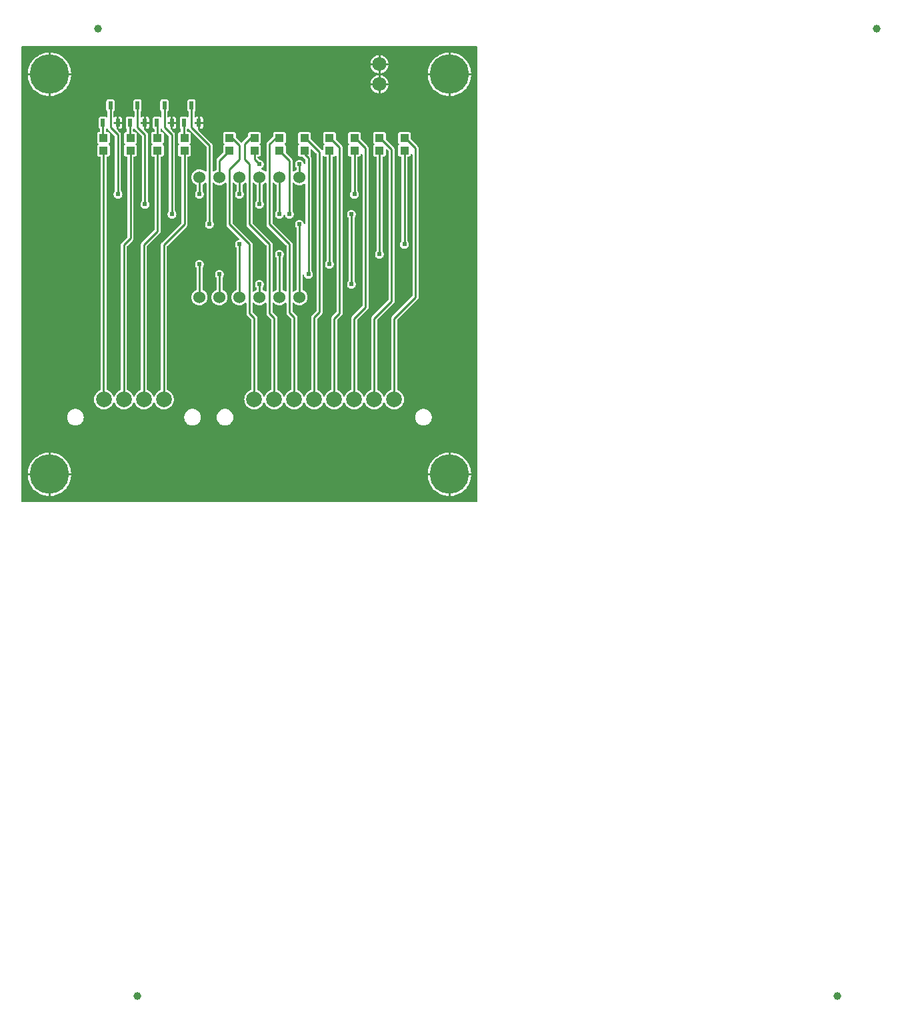
<source format=gtl>
G04 Layer: TopLayer*
G04 EasyEDA v6.5.22, 2022-11-24 12:25:33*
G04 d5585ffcc7884e9682782ddcc4f09953,5a6b42c53f6a479593ecc07194224c93,10*
G04 Gerber Generator version 0.2*
G04 Scale: 100 percent, Rotated: No, Reflected: No *
G04 Dimensions in millimeters *
G04 leading zeros omitted , absolute positions ,4 integer and 5 decimal *
%FSLAX45Y45*%
%MOMM*%

%ADD10C,0.2540*%
%ADD11R,1.1000X1.0000*%
%ADD12R,0.5320X1.0375*%
%ADD13C,1.0000*%
%ADD14C,5.0000*%
%ADD15C,2.0000*%
%ADD16C,1.8000*%
%ADD17C,1.5240*%
%ADD18C,0.6096*%
%ADD19C,0.0183*%

%LPD*%
G36*
X5805932Y25908D02*
G01*
X36068Y26416D01*
X32156Y27178D01*
X28905Y29413D01*
X26670Y32664D01*
X25908Y36576D01*
X25908Y5805932D01*
X26670Y5809843D01*
X28905Y5813094D01*
X32156Y5815330D01*
X36068Y5816092D01*
X5805932Y5816092D01*
X5809843Y5815330D01*
X5813094Y5813094D01*
X5815330Y5809843D01*
X5816092Y5805932D01*
X5816092Y36068D01*
X5815330Y32207D01*
X5813094Y28905D01*
X5809843Y26670D01*
G37*

%LPC*%
G36*
X4584700Y5600700D02*
G01*
X4687112Y5600700D01*
X4686960Y5602528D01*
X4684268Y5616803D01*
X4679746Y5630672D01*
X4673549Y5643829D01*
X4665776Y5656122D01*
X4656480Y5667349D01*
X4645863Y5677306D01*
X4634077Y5685840D01*
X4621326Y5692851D01*
X4607814Y5698236D01*
X4593691Y5701842D01*
X4584700Y5702960D01*
G37*
G36*
X393700Y105562D02*
G01*
X398322Y105664D01*
X421284Y108051D01*
X443992Y112369D01*
X466242Y118618D01*
X487934Y126644D01*
X508812Y136499D01*
X528828Y148031D01*
X547827Y161239D01*
X565607Y175971D01*
X582117Y192125D01*
X597204Y209600D01*
X610819Y228295D01*
X622757Y248107D01*
X633018Y268782D01*
X641553Y290271D01*
X648208Y312369D01*
X653034Y334975D01*
X655929Y357936D01*
X656336Y368300D01*
X393700Y368300D01*
G37*
G36*
X5448300Y105613D02*
G01*
X5448300Y368300D01*
X5185410Y368300D01*
X5187289Y346405D01*
X5191150Y323646D01*
X5196890Y301244D01*
X5204460Y279450D01*
X5213858Y258317D01*
X5224983Y238099D01*
X5237784Y218846D01*
X5252161Y200710D01*
X5267960Y183896D01*
X5285130Y168402D01*
X5303520Y154432D01*
X5323027Y142087D01*
X5343499Y131368D01*
X5364835Y122428D01*
X5386781Y115265D01*
X5409285Y109982D01*
X5432145Y106629D01*
G37*
G36*
X368300Y105613D02*
G01*
X368300Y368300D01*
X105410Y368300D01*
X107289Y346405D01*
X111150Y323646D01*
X116890Y301244D01*
X124460Y279450D01*
X133858Y258317D01*
X144983Y238099D01*
X157784Y218846D01*
X172161Y200710D01*
X187960Y183896D01*
X205130Y168402D01*
X223520Y154432D01*
X243027Y142087D01*
X263499Y131368D01*
X284835Y122428D01*
X306781Y115265D01*
X329285Y109982D01*
X352145Y106629D01*
G37*
G36*
X393700Y393700D02*
G01*
X656336Y393700D01*
X655929Y404063D01*
X653034Y427024D01*
X648208Y449630D01*
X641553Y471728D01*
X633018Y493217D01*
X622757Y513892D01*
X610819Y533704D01*
X597204Y552348D01*
X582117Y569874D01*
X565607Y586028D01*
X547827Y600760D01*
X528828Y613968D01*
X508812Y625500D01*
X487934Y635355D01*
X466242Y643382D01*
X443992Y649630D01*
X421284Y653948D01*
X398322Y656336D01*
X393700Y656437D01*
G37*
G36*
X5473700Y393700D02*
G01*
X5736336Y393700D01*
X5735929Y404063D01*
X5733034Y427024D01*
X5728208Y449630D01*
X5721553Y471728D01*
X5713018Y493217D01*
X5702757Y513892D01*
X5690819Y533704D01*
X5677204Y552348D01*
X5662117Y569874D01*
X5645607Y586028D01*
X5627827Y600760D01*
X5608828Y613968D01*
X5588812Y625500D01*
X5567934Y635355D01*
X5546242Y643382D01*
X5523992Y649630D01*
X5501284Y653948D01*
X5478322Y656336D01*
X5473700Y656437D01*
G37*
G36*
X5185410Y393700D02*
G01*
X5448300Y393700D01*
X5448300Y656386D01*
X5432145Y655370D01*
X5409285Y652018D01*
X5386781Y646734D01*
X5364835Y639572D01*
X5343499Y630631D01*
X5323027Y619912D01*
X5303520Y607568D01*
X5285130Y593598D01*
X5267960Y578104D01*
X5252161Y561289D01*
X5237784Y543153D01*
X5224983Y523900D01*
X5213858Y503682D01*
X5204460Y482549D01*
X5196890Y460756D01*
X5191150Y438353D01*
X5187289Y415594D01*
G37*
G36*
X105410Y393700D02*
G01*
X368300Y393700D01*
X368300Y656386D01*
X352145Y655370D01*
X329285Y652018D01*
X306781Y646734D01*
X284835Y639572D01*
X263499Y630631D01*
X243027Y619912D01*
X223520Y607568D01*
X205130Y593598D01*
X187960Y578104D01*
X172161Y561289D01*
X157784Y543153D01*
X144983Y523900D01*
X133858Y503682D01*
X124460Y482549D01*
X116890Y460756D01*
X111150Y438353D01*
X107289Y415594D01*
G37*
G36*
X710488Y999032D02*
G01*
X724306Y999896D01*
X737870Y1002639D01*
X751027Y1007059D01*
X763422Y1013206D01*
X774954Y1020876D01*
X785368Y1030020D01*
X794512Y1040434D01*
X802182Y1051966D01*
X808329Y1064361D01*
X812749Y1077518D01*
X815492Y1091082D01*
X816356Y1104900D01*
X815492Y1118717D01*
X812749Y1132281D01*
X808329Y1145438D01*
X802182Y1157833D01*
X794512Y1169365D01*
X785368Y1179779D01*
X774954Y1188923D01*
X763422Y1196594D01*
X751027Y1202740D01*
X737870Y1207160D01*
X724306Y1209903D01*
X710488Y1210767D01*
X696671Y1209903D01*
X683107Y1207160D01*
X669950Y1202740D01*
X657555Y1196594D01*
X646023Y1188923D01*
X635609Y1179779D01*
X626465Y1169365D01*
X618794Y1157833D01*
X612648Y1145438D01*
X608228Y1132281D01*
X605485Y1118717D01*
X604621Y1104900D01*
X605485Y1091082D01*
X608228Y1077518D01*
X612648Y1064361D01*
X618794Y1051966D01*
X626465Y1040434D01*
X635609Y1030020D01*
X646023Y1020876D01*
X657555Y1013206D01*
X669950Y1007059D01*
X683107Y1002639D01*
X696671Y999896D01*
G37*
G36*
X5131308Y999032D02*
G01*
X5145125Y999896D01*
X5158689Y1002639D01*
X5171795Y1007059D01*
X5184241Y1013206D01*
X5195722Y1020876D01*
X5206136Y1030020D01*
X5215280Y1040434D01*
X5223002Y1051966D01*
X5229098Y1064361D01*
X5233568Y1077518D01*
X5236260Y1091082D01*
X5237175Y1104900D01*
X5236260Y1118717D01*
X5233568Y1132281D01*
X5229098Y1145438D01*
X5223002Y1157833D01*
X5215280Y1169365D01*
X5206136Y1179779D01*
X5195722Y1188923D01*
X5184241Y1196594D01*
X5171795Y1202740D01*
X5158689Y1207160D01*
X5145125Y1209903D01*
X5131308Y1210767D01*
X5117439Y1209903D01*
X5103876Y1207160D01*
X5090769Y1202740D01*
X5078323Y1196594D01*
X5066842Y1188923D01*
X5056428Y1179779D01*
X5047284Y1169365D01*
X5039563Y1157833D01*
X5033467Y1145438D01*
X5028996Y1132281D01*
X5026304Y1118717D01*
X5025390Y1104900D01*
X5026304Y1091082D01*
X5028996Y1077518D01*
X5033467Y1064361D01*
X5039563Y1051966D01*
X5047284Y1040434D01*
X5056428Y1030020D01*
X5066842Y1020876D01*
X5078323Y1013206D01*
X5090769Y1007059D01*
X5103876Y1002639D01*
X5117439Y999896D01*
G37*
G36*
X2610104Y999032D02*
G01*
X2623921Y999896D01*
X2637485Y1002639D01*
X2650642Y1007059D01*
X2663037Y1013206D01*
X2674569Y1020876D01*
X2684983Y1030020D01*
X2694127Y1040434D01*
X2701798Y1051966D01*
X2707944Y1064361D01*
X2712364Y1077518D01*
X2715107Y1091082D01*
X2715971Y1104900D01*
X2715107Y1118717D01*
X2712364Y1132281D01*
X2707944Y1145438D01*
X2701798Y1157833D01*
X2694127Y1169365D01*
X2684983Y1179779D01*
X2674569Y1188923D01*
X2663037Y1196594D01*
X2650642Y1202740D01*
X2637485Y1207160D01*
X2623921Y1209903D01*
X2610104Y1210767D01*
X2596286Y1209903D01*
X2582722Y1207160D01*
X2569565Y1202740D01*
X2557170Y1196594D01*
X2545638Y1188923D01*
X2535224Y1179779D01*
X2526080Y1169365D01*
X2518410Y1157833D01*
X2512263Y1145438D01*
X2507843Y1132281D01*
X2505100Y1118717D01*
X2504236Y1104900D01*
X2505100Y1091082D01*
X2507843Y1077518D01*
X2512263Y1064361D01*
X2518410Y1051966D01*
X2526080Y1040434D01*
X2535224Y1030020D01*
X2545638Y1020876D01*
X2557170Y1013206D01*
X2569565Y1007059D01*
X2582722Y1002639D01*
X2596286Y999896D01*
G37*
G36*
X2197709Y999032D02*
G01*
X2211527Y999896D01*
X2225090Y1002639D01*
X2238197Y1007059D01*
X2250643Y1013206D01*
X2262124Y1020876D01*
X2272538Y1030020D01*
X2281682Y1040434D01*
X2289403Y1051966D01*
X2295499Y1064361D01*
X2299970Y1077518D01*
X2302662Y1091082D01*
X2303576Y1104900D01*
X2302662Y1118717D01*
X2299970Y1132281D01*
X2295499Y1145438D01*
X2289403Y1157833D01*
X2281682Y1169365D01*
X2272538Y1179779D01*
X2262124Y1188923D01*
X2250643Y1196594D01*
X2238197Y1202740D01*
X2225090Y1207160D01*
X2211527Y1209903D01*
X2197709Y1210767D01*
X2183841Y1209903D01*
X2170277Y1207160D01*
X2157171Y1202740D01*
X2144725Y1196594D01*
X2133244Y1188923D01*
X2122830Y1179779D01*
X2113686Y1169365D01*
X2105964Y1157833D01*
X2099868Y1145438D01*
X2095398Y1132281D01*
X2092706Y1118717D01*
X2091791Y1104900D01*
X2092706Y1091082D01*
X2095398Y1077518D01*
X2099868Y1064361D01*
X2105964Y1051966D01*
X2113686Y1040434D01*
X2122830Y1030020D01*
X2133244Y1020876D01*
X2144725Y1013206D01*
X2157171Y1007059D01*
X2170277Y1002639D01*
X2183841Y999896D01*
G37*
G36*
X1073099Y1204010D02*
G01*
X1088237Y1204925D01*
X1103223Y1207668D01*
X1117701Y1212189D01*
X1131570Y1218438D01*
X1144574Y1226312D01*
X1156563Y1235659D01*
X1167333Y1246428D01*
X1176680Y1258417D01*
X1184554Y1271422D01*
X1190802Y1285341D01*
X1193038Y1288491D01*
X1196289Y1290574D01*
X1200099Y1291336D01*
X1203858Y1290574D01*
X1207109Y1288491D01*
X1209344Y1285341D01*
X1215593Y1271422D01*
X1223467Y1258417D01*
X1232865Y1246428D01*
X1243584Y1235659D01*
X1255572Y1226312D01*
X1268577Y1218438D01*
X1282446Y1212189D01*
X1296974Y1207668D01*
X1311910Y1204925D01*
X1327099Y1204010D01*
X1342237Y1204925D01*
X1357223Y1207668D01*
X1371701Y1212189D01*
X1385570Y1218438D01*
X1398574Y1226312D01*
X1410563Y1235659D01*
X1421333Y1246428D01*
X1430680Y1258417D01*
X1438554Y1271422D01*
X1444802Y1285341D01*
X1447038Y1288491D01*
X1450289Y1290574D01*
X1454099Y1291336D01*
X1457858Y1290574D01*
X1461109Y1288491D01*
X1463344Y1285341D01*
X1469593Y1271422D01*
X1477467Y1258417D01*
X1486865Y1246428D01*
X1497584Y1235659D01*
X1509572Y1226312D01*
X1522577Y1218438D01*
X1536446Y1212189D01*
X1550974Y1207668D01*
X1565910Y1204925D01*
X1581099Y1204010D01*
X1596237Y1204925D01*
X1611223Y1207668D01*
X1625701Y1212189D01*
X1639570Y1218438D01*
X1652574Y1226312D01*
X1664563Y1235659D01*
X1675333Y1246428D01*
X1684680Y1258417D01*
X1692554Y1271422D01*
X1698802Y1285341D01*
X1701038Y1288491D01*
X1704289Y1290574D01*
X1708099Y1291336D01*
X1711858Y1290574D01*
X1715109Y1288491D01*
X1717344Y1285341D01*
X1723593Y1271422D01*
X1731467Y1258417D01*
X1740865Y1246428D01*
X1751584Y1235659D01*
X1763572Y1226312D01*
X1776577Y1218438D01*
X1790446Y1212189D01*
X1804974Y1207668D01*
X1819910Y1204925D01*
X1835099Y1204010D01*
X1850237Y1204925D01*
X1865223Y1207668D01*
X1879701Y1212189D01*
X1893570Y1218438D01*
X1906574Y1226312D01*
X1918563Y1235659D01*
X1929333Y1246428D01*
X1938680Y1258417D01*
X1946554Y1271422D01*
X1952802Y1285290D01*
X1957324Y1299768D01*
X1960067Y1314754D01*
X1960981Y1329893D01*
X1960067Y1345082D01*
X1957324Y1360017D01*
X1952802Y1374546D01*
X1946554Y1388414D01*
X1938680Y1401419D01*
X1929333Y1413408D01*
X1918563Y1424127D01*
X1906574Y1433525D01*
X1893570Y1441399D01*
X1879752Y1447596D01*
X1876602Y1449832D01*
X1874469Y1453083D01*
X1873757Y1456893D01*
X1873757Y3275431D01*
X1874520Y3279343D01*
X1876755Y3282645D01*
X2122424Y3528364D01*
X2127554Y3534562D01*
X2131110Y3541268D01*
X2133295Y3548481D01*
X2134108Y3556508D01*
X2134108Y4405934D01*
X2134870Y4409846D01*
X2137105Y4413148D01*
X2140356Y4415332D01*
X2144268Y4416094D01*
X2149906Y4416094D01*
X2156256Y4416806D01*
X2161692Y4418736D01*
X2166620Y4421784D01*
X2170684Y4425899D01*
X2173782Y4430776D01*
X2175713Y4436262D01*
X2176424Y4442561D01*
X2176424Y4541418D01*
X2175713Y4547768D01*
X2173782Y4553204D01*
X2170684Y4558131D01*
X2166620Y4562195D01*
X2164740Y4563414D01*
X2161794Y4566208D01*
X2160168Y4569968D01*
X2160168Y4574032D01*
X2161794Y4577791D01*
X2164740Y4580585D01*
X2166620Y4581804D01*
X2170684Y4585868D01*
X2173782Y4590796D01*
X2175713Y4596231D01*
X2176424Y4602581D01*
X2176424Y4701438D01*
X2175713Y4707737D01*
X2173782Y4713224D01*
X2170684Y4718100D01*
X2166620Y4722215D01*
X2161692Y4725263D01*
X2156256Y4727194D01*
X2149906Y4727905D01*
X2138172Y4727905D01*
X2134260Y4728667D01*
X2131009Y4730902D01*
X2128774Y4734153D01*
X2128012Y4738065D01*
X2128012Y4762601D01*
X2128824Y4766513D01*
X2131060Y4769866D01*
X2134158Y4772914D01*
X2137257Y4774996D01*
X2140915Y4775809D01*
X2144623Y4775250D01*
X2147874Y4773371D01*
X2150211Y4770424D01*
X2152345Y4766462D01*
X2157476Y4760264D01*
X2371394Y4546295D01*
X2373630Y4542993D01*
X2374392Y4539081D01*
X2374392Y4233418D01*
X2373680Y4229658D01*
X2371598Y4226407D01*
X2368499Y4224172D01*
X2364790Y4223258D01*
X2360980Y4223766D01*
X2357678Y4225645D01*
X2346553Y4235094D01*
X2335072Y4242409D01*
X2322677Y4248150D01*
X2309672Y4252214D01*
X2296210Y4254500D01*
X2282596Y4254957D01*
X2269032Y4253585D01*
X2255774Y4250385D01*
X2243023Y4245508D01*
X2231085Y4238955D01*
X2220112Y4230878D01*
X2210308Y4221378D01*
X2201824Y4210659D01*
X2194864Y4198924D01*
X2189581Y4186377D01*
X2185974Y4173220D01*
X2184146Y4159707D01*
X2184146Y4146092D01*
X2185974Y4132579D01*
X2189581Y4119422D01*
X2194864Y4106875D01*
X2201824Y4095140D01*
X2210308Y4084421D01*
X2220112Y4074922D01*
X2231085Y4066844D01*
X2242108Y4060799D01*
X2244902Y4058564D01*
X2246731Y4055414D01*
X2247392Y4051909D01*
X2247392Y3982008D01*
X2246630Y3978097D01*
X2244394Y3974795D01*
X2242820Y3973220D01*
X2237181Y3965194D01*
X2233066Y3956253D01*
X2230526Y3946804D01*
X2229662Y3937000D01*
X2230526Y3927195D01*
X2233066Y3917746D01*
X2237181Y3908806D01*
X2242820Y3900779D01*
X2249779Y3893820D01*
X2257806Y3888181D01*
X2266746Y3884066D01*
X2276195Y3881526D01*
X2286000Y3880662D01*
X2295804Y3881526D01*
X2305253Y3884066D01*
X2314194Y3888181D01*
X2322220Y3893820D01*
X2329180Y3900779D01*
X2334818Y3908806D01*
X2338933Y3917746D01*
X2341473Y3927195D01*
X2342337Y3937000D01*
X2341473Y3946804D01*
X2338933Y3956253D01*
X2334818Y3965194D01*
X2329180Y3973220D01*
X2327605Y3974795D01*
X2325370Y3978097D01*
X2324608Y3982008D01*
X2324608Y4052062D01*
X2325319Y4055821D01*
X2327402Y4059021D01*
X2330500Y4061256D01*
X2335072Y4063390D01*
X2346553Y4070705D01*
X2357678Y4080154D01*
X2360980Y4082034D01*
X2364790Y4082542D01*
X2368499Y4081627D01*
X2371598Y4079392D01*
X2373680Y4076192D01*
X2374392Y4072432D01*
X2374392Y3601008D01*
X2373630Y3597097D01*
X2371394Y3593795D01*
X2369820Y3592220D01*
X2364181Y3584194D01*
X2360066Y3575253D01*
X2357526Y3565804D01*
X2356662Y3556000D01*
X2357526Y3546195D01*
X2360066Y3536746D01*
X2364181Y3527806D01*
X2369820Y3519779D01*
X2376779Y3512820D01*
X2384806Y3507181D01*
X2393746Y3503066D01*
X2403195Y3500526D01*
X2413000Y3499662D01*
X2422804Y3500526D01*
X2432253Y3503066D01*
X2441194Y3507181D01*
X2449220Y3512820D01*
X2456180Y3519779D01*
X2461818Y3527806D01*
X2465933Y3536746D01*
X2468473Y3546195D01*
X2469337Y3556000D01*
X2468473Y3565804D01*
X2465933Y3575253D01*
X2461818Y3584194D01*
X2456180Y3592220D01*
X2454605Y3593795D01*
X2452370Y3597097D01*
X2451608Y3601008D01*
X2451608Y4072737D01*
X2452370Y4076598D01*
X2454554Y4079849D01*
X2457805Y4082084D01*
X2461666Y4082897D01*
X2465527Y4082186D01*
X2468829Y4080052D01*
X2474112Y4074922D01*
X2485085Y4066844D01*
X2497023Y4060291D01*
X2509774Y4055414D01*
X2523032Y4052265D01*
X2536596Y4050893D01*
X2550210Y4051350D01*
X2563672Y4053586D01*
X2576677Y4057650D01*
X2589072Y4063390D01*
X2600553Y4070705D01*
X2611678Y4080154D01*
X2614980Y4082034D01*
X2618790Y4082542D01*
X2622499Y4081627D01*
X2625598Y4079392D01*
X2627680Y4076192D01*
X2628392Y4072432D01*
X2628392Y3556508D01*
X2629204Y3548481D01*
X2631389Y3541268D01*
X2634945Y3534562D01*
X2640076Y3528364D01*
X2793339Y3375050D01*
X2795473Y3371900D01*
X2796336Y3368141D01*
X2795727Y3364382D01*
X2793746Y3361131D01*
X2790748Y3358794D01*
X2787040Y3357727D01*
X2784195Y3357473D01*
X2774746Y3354933D01*
X2765806Y3350818D01*
X2757779Y3345179D01*
X2750820Y3338220D01*
X2745181Y3330194D01*
X2741066Y3321253D01*
X2738526Y3311804D01*
X2737662Y3302000D01*
X2738526Y3292195D01*
X2741066Y3282746D01*
X2745181Y3273806D01*
X2750820Y3265779D01*
X2752394Y3264204D01*
X2754630Y3260902D01*
X2755392Y3256991D01*
X2755392Y2729941D01*
X2754731Y2726385D01*
X2752902Y2723286D01*
X2750108Y2721000D01*
X2739085Y2714955D01*
X2728112Y2706878D01*
X2718308Y2697378D01*
X2709824Y2686659D01*
X2702864Y2674924D01*
X2697581Y2662377D01*
X2693974Y2649220D01*
X2692146Y2635707D01*
X2692146Y2622092D01*
X2693974Y2608580D01*
X2697581Y2595422D01*
X2702864Y2582875D01*
X2709824Y2571140D01*
X2718308Y2560421D01*
X2728112Y2550972D01*
X2739085Y2542844D01*
X2751023Y2536291D01*
X2763774Y2531414D01*
X2777032Y2528265D01*
X2790596Y2526893D01*
X2804210Y2527350D01*
X2817672Y2529586D01*
X2830677Y2533650D01*
X2843072Y2539390D01*
X2854553Y2546705D01*
X2865678Y2556154D01*
X2868980Y2558034D01*
X2872790Y2558542D01*
X2876499Y2557627D01*
X2879598Y2555392D01*
X2881680Y2552192D01*
X2882392Y2548432D01*
X2882392Y2426208D01*
X2883204Y2418181D01*
X2885389Y2410968D01*
X2888945Y2404262D01*
X2894076Y2398064D01*
X2940100Y2351989D01*
X2942336Y2348687D01*
X2943098Y2344775D01*
X2943098Y1456893D01*
X2942386Y1453083D01*
X2940253Y1449832D01*
X2937103Y1447596D01*
X2923184Y1441348D01*
X2910179Y1433474D01*
X2898241Y1424127D01*
X2887472Y1413357D01*
X2878124Y1401419D01*
X2870250Y1388414D01*
X2864002Y1374546D01*
X2859481Y1360017D01*
X2856738Y1345082D01*
X2855823Y1329893D01*
X2856738Y1314704D01*
X2859481Y1299768D01*
X2864002Y1285240D01*
X2870250Y1271371D01*
X2878124Y1258366D01*
X2887472Y1246428D01*
X2898241Y1235659D01*
X2910179Y1226312D01*
X2923184Y1218438D01*
X2937052Y1212189D01*
X2951581Y1207668D01*
X2966516Y1204925D01*
X2981706Y1204010D01*
X2996895Y1204925D01*
X3011830Y1207668D01*
X3026359Y1212189D01*
X3040227Y1218438D01*
X3053232Y1226312D01*
X3065170Y1235659D01*
X3075940Y1246428D01*
X3085287Y1258366D01*
X3093161Y1271371D01*
X3099460Y1285290D01*
X3101644Y1288491D01*
X3104896Y1290574D01*
X3108706Y1291285D01*
X3112516Y1290574D01*
X3115767Y1288491D01*
X3117951Y1285290D01*
X3124250Y1271371D01*
X3132124Y1258366D01*
X3141472Y1246428D01*
X3152241Y1235659D01*
X3164179Y1226312D01*
X3177184Y1218438D01*
X3191052Y1212189D01*
X3205581Y1207668D01*
X3220516Y1204925D01*
X3235706Y1204010D01*
X3250895Y1204925D01*
X3265830Y1207668D01*
X3280359Y1212189D01*
X3294227Y1218438D01*
X3307232Y1226312D01*
X3319170Y1235659D01*
X3329940Y1246428D01*
X3339287Y1258366D01*
X3347161Y1271371D01*
X3353460Y1285290D01*
X3355644Y1288491D01*
X3358896Y1290574D01*
X3362706Y1291285D01*
X3366515Y1290574D01*
X3369767Y1288491D01*
X3371951Y1285290D01*
X3378250Y1271371D01*
X3386124Y1258366D01*
X3395472Y1246428D01*
X3406241Y1235659D01*
X3418179Y1226312D01*
X3431184Y1218438D01*
X3445052Y1212189D01*
X3459581Y1207668D01*
X3474516Y1204925D01*
X3489706Y1204010D01*
X3504895Y1204925D01*
X3519830Y1207668D01*
X3534359Y1212189D01*
X3548227Y1218438D01*
X3561232Y1226312D01*
X3573170Y1235659D01*
X3583940Y1246428D01*
X3593287Y1258366D01*
X3601161Y1271371D01*
X3607460Y1285290D01*
X3609644Y1288491D01*
X3612896Y1290574D01*
X3616706Y1291285D01*
X3620515Y1290574D01*
X3623767Y1288491D01*
X3625951Y1285290D01*
X3632250Y1271371D01*
X3640124Y1258366D01*
X3649472Y1246428D01*
X3660241Y1235659D01*
X3672179Y1226312D01*
X3685184Y1218438D01*
X3699052Y1212189D01*
X3713581Y1207668D01*
X3728516Y1204925D01*
X3743706Y1204010D01*
X3758895Y1204925D01*
X3773830Y1207668D01*
X3788359Y1212189D01*
X3802227Y1218438D01*
X3815232Y1226312D01*
X3827170Y1235659D01*
X3837940Y1246428D01*
X3847287Y1258366D01*
X3855161Y1271371D01*
X3861460Y1285290D01*
X3863644Y1288491D01*
X3866896Y1290574D01*
X3870706Y1291285D01*
X3874515Y1290574D01*
X3877767Y1288491D01*
X3879951Y1285290D01*
X3886250Y1271371D01*
X3894124Y1258366D01*
X3903472Y1246428D01*
X3914241Y1235659D01*
X3926179Y1226312D01*
X3939184Y1218438D01*
X3953052Y1212189D01*
X3967581Y1207668D01*
X3982516Y1204925D01*
X3997706Y1204010D01*
X4012895Y1204925D01*
X4027830Y1207668D01*
X4042359Y1212189D01*
X4056227Y1218438D01*
X4069232Y1226312D01*
X4081170Y1235659D01*
X4091940Y1246428D01*
X4101287Y1258366D01*
X4109161Y1271371D01*
X4115460Y1285290D01*
X4117644Y1288491D01*
X4120896Y1290574D01*
X4124706Y1291285D01*
X4128515Y1290574D01*
X4131767Y1288491D01*
X4133951Y1285290D01*
X4140250Y1271371D01*
X4148124Y1258366D01*
X4157472Y1246428D01*
X4168241Y1235659D01*
X4180179Y1226312D01*
X4193184Y1218438D01*
X4207052Y1212189D01*
X4221581Y1207668D01*
X4236516Y1204925D01*
X4251706Y1204010D01*
X4266895Y1204925D01*
X4281830Y1207668D01*
X4296359Y1212189D01*
X4310227Y1218438D01*
X4323232Y1226312D01*
X4335170Y1235659D01*
X4345940Y1246428D01*
X4355287Y1258366D01*
X4363161Y1271371D01*
X4369460Y1285290D01*
X4371644Y1288491D01*
X4374896Y1290574D01*
X4378706Y1291285D01*
X4382516Y1290574D01*
X4385767Y1288491D01*
X4387951Y1285290D01*
X4394250Y1271371D01*
X4402124Y1258366D01*
X4411472Y1246428D01*
X4422241Y1235659D01*
X4434179Y1226312D01*
X4447184Y1218438D01*
X4461052Y1212189D01*
X4475581Y1207668D01*
X4490516Y1204925D01*
X4505706Y1204010D01*
X4520895Y1204925D01*
X4535830Y1207668D01*
X4550359Y1212189D01*
X4564227Y1218438D01*
X4577232Y1226312D01*
X4589170Y1235659D01*
X4599940Y1246428D01*
X4609287Y1258366D01*
X4617161Y1271371D01*
X4623460Y1285290D01*
X4625644Y1288491D01*
X4628896Y1290574D01*
X4632706Y1291285D01*
X4636516Y1290574D01*
X4639767Y1288491D01*
X4641951Y1285290D01*
X4648250Y1271371D01*
X4656124Y1258366D01*
X4665472Y1246428D01*
X4676241Y1235659D01*
X4688179Y1226312D01*
X4701184Y1218438D01*
X4715052Y1212189D01*
X4729581Y1207668D01*
X4744516Y1204925D01*
X4759706Y1204010D01*
X4774895Y1204925D01*
X4789830Y1207668D01*
X4804359Y1212189D01*
X4818227Y1218438D01*
X4831232Y1226312D01*
X4843170Y1235659D01*
X4853940Y1246428D01*
X4863287Y1258366D01*
X4871161Y1271371D01*
X4877409Y1285240D01*
X4881930Y1299768D01*
X4884674Y1314704D01*
X4885588Y1329893D01*
X4884674Y1345082D01*
X4881930Y1360017D01*
X4877409Y1374546D01*
X4871161Y1388414D01*
X4863287Y1401419D01*
X4853940Y1413357D01*
X4843170Y1424127D01*
X4831232Y1433474D01*
X4818227Y1441348D01*
X4804308Y1447596D01*
X4801158Y1449832D01*
X4799025Y1453083D01*
X4798314Y1456893D01*
X4798314Y2339187D01*
X4799076Y2343099D01*
X4801311Y2346401D01*
X5056124Y2601264D01*
X5061254Y2607462D01*
X5064810Y2614168D01*
X5066995Y2621381D01*
X5067808Y2629408D01*
X5067808Y4520692D01*
X5066995Y4528718D01*
X5064810Y4535932D01*
X5061254Y4542637D01*
X5056124Y4548835D01*
X4973370Y4631639D01*
X4971186Y4634890D01*
X4970424Y4638802D01*
X4970424Y4701438D01*
X4969713Y4707737D01*
X4967782Y4713224D01*
X4964684Y4718100D01*
X4960620Y4722215D01*
X4955692Y4725263D01*
X4950256Y4727194D01*
X4943906Y4727905D01*
X4835093Y4727905D01*
X4828743Y4727194D01*
X4823307Y4725263D01*
X4818380Y4722215D01*
X4814316Y4718100D01*
X4811217Y4713224D01*
X4809286Y4707737D01*
X4808575Y4701438D01*
X4808575Y4602581D01*
X4809286Y4596231D01*
X4811217Y4590796D01*
X4814316Y4585868D01*
X4818380Y4581804D01*
X4820259Y4580585D01*
X4823206Y4577791D01*
X4824831Y4574032D01*
X4824831Y4569968D01*
X4823206Y4566208D01*
X4820259Y4563414D01*
X4818380Y4562195D01*
X4814316Y4558131D01*
X4811217Y4553204D01*
X4809286Y4547768D01*
X4808575Y4541418D01*
X4808575Y4442561D01*
X4809286Y4436262D01*
X4811217Y4430776D01*
X4814316Y4425899D01*
X4818380Y4421784D01*
X4823307Y4418736D01*
X4828743Y4416806D01*
X4835093Y4416094D01*
X4840732Y4416094D01*
X4844643Y4415332D01*
X4847894Y4413148D01*
X4850130Y4409846D01*
X4850892Y4405934D01*
X4850892Y3347008D01*
X4850130Y3343097D01*
X4847894Y3339795D01*
X4846320Y3338220D01*
X4840681Y3330194D01*
X4836566Y3321253D01*
X4834026Y3311804D01*
X4833162Y3302000D01*
X4834026Y3292195D01*
X4836566Y3282746D01*
X4840681Y3273806D01*
X4846320Y3265779D01*
X4853279Y3258820D01*
X4861306Y3253181D01*
X4870246Y3249066D01*
X4879695Y3246526D01*
X4889500Y3245662D01*
X4899304Y3246526D01*
X4908753Y3249066D01*
X4917694Y3253181D01*
X4925720Y3258820D01*
X4932680Y3265779D01*
X4938318Y3273806D01*
X4942433Y3282746D01*
X4944973Y3292195D01*
X4945837Y3302000D01*
X4944973Y3311804D01*
X4942433Y3321253D01*
X4938318Y3330194D01*
X4932680Y3338220D01*
X4931105Y3339795D01*
X4928870Y3343097D01*
X4928108Y3347008D01*
X4928108Y4405934D01*
X4928870Y4409846D01*
X4931105Y4413148D01*
X4934356Y4415332D01*
X4938268Y4416094D01*
X4943906Y4416094D01*
X4950256Y4416806D01*
X4955692Y4418736D01*
X4960620Y4421784D01*
X4964684Y4425899D01*
X4967782Y4430776D01*
X4969713Y4436262D01*
X4970322Y4441952D01*
X4971745Y4446066D01*
X4974742Y4449216D01*
X4978806Y4450842D01*
X4983175Y4450588D01*
X4987036Y4448556D01*
X4989677Y4445050D01*
X4990592Y4440783D01*
X4990592Y2649118D01*
X4989830Y2645206D01*
X4987594Y2641904D01*
X4732782Y2387041D01*
X4727651Y2380843D01*
X4724095Y2374138D01*
X4721910Y2366924D01*
X4721098Y2358898D01*
X4721098Y1456893D01*
X4720386Y1453083D01*
X4718253Y1449832D01*
X4715103Y1447596D01*
X4701184Y1441348D01*
X4688179Y1433474D01*
X4676241Y1424127D01*
X4665472Y1413357D01*
X4656124Y1401419D01*
X4648250Y1388414D01*
X4641951Y1374495D01*
X4639767Y1371295D01*
X4636516Y1369212D01*
X4632706Y1368501D01*
X4628896Y1369212D01*
X4625644Y1371295D01*
X4623460Y1374495D01*
X4617161Y1388414D01*
X4609287Y1401419D01*
X4599940Y1413357D01*
X4589170Y1424127D01*
X4577232Y1433474D01*
X4564227Y1441348D01*
X4550308Y1447596D01*
X4547158Y1449832D01*
X4545025Y1453083D01*
X4544314Y1456893D01*
X4544314Y2339187D01*
X4545076Y2343099D01*
X4547311Y2346401D01*
X4751324Y2550464D01*
X4756454Y2556662D01*
X4760010Y2563368D01*
X4762195Y2570581D01*
X4763008Y2578608D01*
X4763008Y4507992D01*
X4762195Y4516018D01*
X4760010Y4523232D01*
X4756454Y4529937D01*
X4751324Y4536135D01*
X4655870Y4631639D01*
X4653686Y4634890D01*
X4652924Y4638802D01*
X4652924Y4701438D01*
X4652213Y4707737D01*
X4650282Y4713224D01*
X4647184Y4718100D01*
X4643120Y4722215D01*
X4638192Y4725263D01*
X4632756Y4727194D01*
X4626406Y4727905D01*
X4517593Y4727905D01*
X4511243Y4727194D01*
X4505807Y4725263D01*
X4500880Y4722215D01*
X4496816Y4718100D01*
X4493717Y4713224D01*
X4491786Y4707737D01*
X4491075Y4701438D01*
X4491075Y4602581D01*
X4491786Y4596231D01*
X4493717Y4590796D01*
X4496816Y4585868D01*
X4500880Y4581804D01*
X4502759Y4580585D01*
X4505706Y4577791D01*
X4507331Y4574032D01*
X4507331Y4569968D01*
X4505706Y4566208D01*
X4502759Y4563414D01*
X4500880Y4562195D01*
X4496816Y4558131D01*
X4493717Y4553204D01*
X4491786Y4547768D01*
X4491075Y4541418D01*
X4491075Y4442561D01*
X4491786Y4436262D01*
X4493717Y4430776D01*
X4496816Y4425899D01*
X4500880Y4421784D01*
X4505807Y4418736D01*
X4511243Y4416806D01*
X4517593Y4416094D01*
X4523232Y4416094D01*
X4527143Y4415332D01*
X4530394Y4413148D01*
X4532630Y4409846D01*
X4533392Y4405934D01*
X4533392Y3220008D01*
X4532630Y3216097D01*
X4530394Y3212795D01*
X4528820Y3211220D01*
X4523181Y3203194D01*
X4519066Y3194253D01*
X4516526Y3184804D01*
X4515662Y3175000D01*
X4516526Y3165195D01*
X4519066Y3155746D01*
X4523181Y3146806D01*
X4528820Y3138779D01*
X4535779Y3131820D01*
X4543806Y3126181D01*
X4552746Y3122066D01*
X4562195Y3119526D01*
X4572000Y3118662D01*
X4581804Y3119526D01*
X4591253Y3122066D01*
X4600194Y3126181D01*
X4608220Y3131820D01*
X4615180Y3138779D01*
X4620818Y3146806D01*
X4624933Y3155746D01*
X4627473Y3165195D01*
X4628337Y3175000D01*
X4627473Y3184804D01*
X4624933Y3194253D01*
X4620818Y3203194D01*
X4615180Y3211220D01*
X4613605Y3212795D01*
X4611370Y3216097D01*
X4610608Y3220008D01*
X4610608Y4405934D01*
X4611370Y4409846D01*
X4613605Y4413148D01*
X4616856Y4415332D01*
X4620768Y4416094D01*
X4626406Y4416094D01*
X4632756Y4416806D01*
X4638192Y4418736D01*
X4643120Y4421784D01*
X4647184Y4425899D01*
X4650282Y4430776D01*
X4652213Y4436262D01*
X4652924Y4442561D01*
X4652924Y4500880D01*
X4653686Y4504740D01*
X4655870Y4508042D01*
X4659172Y4510227D01*
X4663084Y4511040D01*
X4666945Y4510227D01*
X4670247Y4508042D01*
X4682794Y4495495D01*
X4685030Y4492193D01*
X4685792Y4488281D01*
X4685792Y2598318D01*
X4685030Y2594406D01*
X4682794Y2591104D01*
X4478782Y2387041D01*
X4473651Y2380843D01*
X4470095Y2374138D01*
X4467910Y2366924D01*
X4467098Y2358898D01*
X4467098Y1456893D01*
X4466386Y1453083D01*
X4464253Y1449832D01*
X4461103Y1447596D01*
X4447184Y1441348D01*
X4434179Y1433474D01*
X4422241Y1424127D01*
X4411472Y1413357D01*
X4402124Y1401419D01*
X4394250Y1388414D01*
X4387951Y1374495D01*
X4385767Y1371295D01*
X4382516Y1369212D01*
X4378706Y1368501D01*
X4374896Y1369212D01*
X4371644Y1371295D01*
X4369460Y1374495D01*
X4363161Y1388414D01*
X4355287Y1401419D01*
X4345940Y1413357D01*
X4335170Y1424127D01*
X4323232Y1433474D01*
X4310227Y1441348D01*
X4296308Y1447596D01*
X4293158Y1449832D01*
X4291025Y1453083D01*
X4290314Y1456893D01*
X4290314Y2339187D01*
X4291076Y2343099D01*
X4293311Y2346401D01*
X4421124Y2474264D01*
X4426254Y2480462D01*
X4429810Y2487168D01*
X4431995Y2494381D01*
X4432808Y2502408D01*
X4432808Y4520692D01*
X4431995Y4528718D01*
X4429810Y4535932D01*
X4426254Y4542637D01*
X4421124Y4548835D01*
X4338370Y4631639D01*
X4336186Y4634890D01*
X4335424Y4638802D01*
X4335424Y4701438D01*
X4334713Y4707737D01*
X4332782Y4713224D01*
X4329684Y4718100D01*
X4325620Y4722215D01*
X4320692Y4725263D01*
X4315256Y4727194D01*
X4308906Y4727905D01*
X4200093Y4727905D01*
X4193743Y4727194D01*
X4188307Y4725263D01*
X4183379Y4722215D01*
X4179315Y4718100D01*
X4176217Y4713224D01*
X4174286Y4707737D01*
X4173575Y4701438D01*
X4173575Y4602581D01*
X4174286Y4596231D01*
X4176217Y4590796D01*
X4179315Y4585868D01*
X4183379Y4581804D01*
X4185259Y4580585D01*
X4188206Y4577791D01*
X4189831Y4574032D01*
X4189831Y4569968D01*
X4188206Y4566208D01*
X4185259Y4563414D01*
X4183379Y4562195D01*
X4179315Y4558131D01*
X4176217Y4553204D01*
X4174286Y4547768D01*
X4173575Y4541418D01*
X4173575Y4442561D01*
X4174286Y4436262D01*
X4176217Y4430776D01*
X4179315Y4425899D01*
X4183379Y4421784D01*
X4188307Y4418736D01*
X4193743Y4416806D01*
X4200093Y4416094D01*
X4205732Y4416094D01*
X4209643Y4415332D01*
X4212894Y4413148D01*
X4215130Y4409846D01*
X4215892Y4405934D01*
X4215892Y3982008D01*
X4215130Y3978097D01*
X4212894Y3974795D01*
X4211320Y3973220D01*
X4205681Y3965194D01*
X4201566Y3956253D01*
X4199026Y3946804D01*
X4198162Y3937000D01*
X4199026Y3927195D01*
X4201566Y3917746D01*
X4205681Y3908806D01*
X4211320Y3900779D01*
X4218279Y3893820D01*
X4226306Y3888181D01*
X4235246Y3884066D01*
X4244695Y3881526D01*
X4254500Y3880662D01*
X4264304Y3881526D01*
X4273753Y3884066D01*
X4282694Y3888181D01*
X4290720Y3893820D01*
X4297680Y3900779D01*
X4303318Y3908806D01*
X4307433Y3917746D01*
X4309973Y3927195D01*
X4310837Y3937000D01*
X4309973Y3946804D01*
X4307433Y3956253D01*
X4303318Y3965194D01*
X4297680Y3973220D01*
X4296105Y3974795D01*
X4293870Y3978097D01*
X4293108Y3982008D01*
X4293108Y4405934D01*
X4293870Y4409846D01*
X4296105Y4413148D01*
X4299356Y4415332D01*
X4303268Y4416094D01*
X4308906Y4416094D01*
X4315256Y4416806D01*
X4320692Y4418736D01*
X4325620Y4421784D01*
X4329684Y4425899D01*
X4332782Y4430776D01*
X4334713Y4436262D01*
X4335322Y4441952D01*
X4336745Y4446066D01*
X4339742Y4449216D01*
X4343806Y4450842D01*
X4348175Y4450588D01*
X4352036Y4448556D01*
X4354677Y4445050D01*
X4355592Y4440783D01*
X4355592Y2522118D01*
X4354830Y2518206D01*
X4352594Y2514904D01*
X4224782Y2387041D01*
X4219651Y2380843D01*
X4216095Y2374138D01*
X4213910Y2366924D01*
X4213098Y2358898D01*
X4213098Y1456893D01*
X4212386Y1453083D01*
X4210253Y1449832D01*
X4207103Y1447596D01*
X4193184Y1441348D01*
X4180179Y1433474D01*
X4168241Y1424127D01*
X4157472Y1413357D01*
X4148124Y1401419D01*
X4140250Y1388414D01*
X4133951Y1374495D01*
X4131767Y1371295D01*
X4128515Y1369212D01*
X4124706Y1368501D01*
X4120896Y1369212D01*
X4117644Y1371295D01*
X4115460Y1374495D01*
X4109161Y1388414D01*
X4101287Y1401419D01*
X4091940Y1413357D01*
X4081170Y1424127D01*
X4069232Y1433474D01*
X4056227Y1441348D01*
X4042308Y1447596D01*
X4039158Y1449832D01*
X4037025Y1453083D01*
X4036314Y1456893D01*
X4036314Y2339187D01*
X4037076Y2343099D01*
X4039311Y2346401D01*
X4090924Y2398064D01*
X4096054Y2404262D01*
X4099610Y2410968D01*
X4101795Y2418181D01*
X4102608Y2426208D01*
X4102608Y4533392D01*
X4101795Y4541418D01*
X4099610Y4548632D01*
X4096054Y4555337D01*
X4090924Y4561535D01*
X4020870Y4631639D01*
X4018686Y4634890D01*
X4017924Y4638802D01*
X4017924Y4701438D01*
X4017213Y4707737D01*
X4015282Y4713224D01*
X4012184Y4718100D01*
X4008120Y4722215D01*
X4003192Y4725263D01*
X3997756Y4727194D01*
X3991406Y4727905D01*
X3882593Y4727905D01*
X3876243Y4727194D01*
X3870807Y4725263D01*
X3865879Y4722215D01*
X3861815Y4718100D01*
X3858717Y4713224D01*
X3856786Y4707737D01*
X3856075Y4701438D01*
X3856075Y4602581D01*
X3856786Y4596231D01*
X3858717Y4590796D01*
X3861815Y4585868D01*
X3865879Y4581804D01*
X3867759Y4580585D01*
X3870706Y4577791D01*
X3872331Y4574032D01*
X3872331Y4569968D01*
X3870706Y4566208D01*
X3867759Y4563414D01*
X3865879Y4562195D01*
X3861815Y4558131D01*
X3858717Y4553204D01*
X3856786Y4547768D01*
X3856075Y4541418D01*
X3856075Y4503115D01*
X3855262Y4499102D01*
X3852875Y4495698D01*
X3849370Y4493564D01*
X3845255Y4493006D01*
X3841292Y4494072D01*
X3838092Y4496663D01*
X3836924Y4498035D01*
X3703370Y4631639D01*
X3701186Y4634890D01*
X3700424Y4638802D01*
X3700424Y4701438D01*
X3699713Y4707737D01*
X3697782Y4713224D01*
X3694684Y4718100D01*
X3690620Y4722215D01*
X3685692Y4725263D01*
X3680256Y4727194D01*
X3673906Y4727905D01*
X3565093Y4727905D01*
X3558743Y4727194D01*
X3553307Y4725263D01*
X3548379Y4722215D01*
X3544315Y4718100D01*
X3541217Y4713224D01*
X3539286Y4707737D01*
X3538575Y4701438D01*
X3538575Y4602581D01*
X3539286Y4596231D01*
X3541217Y4590796D01*
X3544315Y4585868D01*
X3548379Y4581804D01*
X3550259Y4580585D01*
X3553206Y4577791D01*
X3554831Y4574032D01*
X3554831Y4569968D01*
X3553206Y4566208D01*
X3550259Y4563414D01*
X3548379Y4562195D01*
X3544315Y4558131D01*
X3541217Y4553204D01*
X3539286Y4547768D01*
X3538575Y4541418D01*
X3538575Y4442561D01*
X3539286Y4436262D01*
X3541217Y4430776D01*
X3544315Y4425899D01*
X3548379Y4421784D01*
X3553307Y4418736D01*
X3558743Y4416806D01*
X3565093Y4416094D01*
X3589578Y4416094D01*
X3593490Y4415332D01*
X3596792Y4413148D01*
X3628694Y4381195D01*
X3630929Y4377893D01*
X3631692Y4373981D01*
X3631692Y4329582D01*
X3630828Y4325518D01*
X3628440Y4322114D01*
X3624884Y4319981D01*
X3620770Y4319422D01*
X3616807Y4320590D01*
X3613607Y4323232D01*
X3611727Y4326940D01*
X3608933Y4337253D01*
X3604818Y4346194D01*
X3599179Y4354220D01*
X3592220Y4361180D01*
X3584194Y4366818D01*
X3575253Y4370933D01*
X3565804Y4373473D01*
X3556000Y4374337D01*
X3546195Y4373473D01*
X3536746Y4370933D01*
X3527806Y4366818D01*
X3519779Y4361180D01*
X3512820Y4354220D01*
X3507181Y4346194D01*
X3503066Y4337253D01*
X3500526Y4327804D01*
X3499662Y4318000D01*
X3500526Y4308195D01*
X3503066Y4298746D01*
X3507181Y4289806D01*
X3512820Y4281779D01*
X3514394Y4280204D01*
X3516629Y4276902D01*
X3517392Y4272991D01*
X3517392Y4253941D01*
X3516731Y4250385D01*
X3514902Y4247286D01*
X3512108Y4245000D01*
X3501085Y4238955D01*
X3490112Y4230878D01*
X3484829Y4225798D01*
X3481527Y4223664D01*
X3477666Y4222902D01*
X3473805Y4223715D01*
X3470554Y4225950D01*
X3468370Y4229201D01*
X3467608Y4233062D01*
X3467608Y4364482D01*
X3466795Y4372508D01*
X3464610Y4379722D01*
X3461054Y4386427D01*
X3455924Y4392625D01*
X3385870Y4462729D01*
X3383686Y4465980D01*
X3382924Y4469892D01*
X3382924Y4541418D01*
X3382213Y4547768D01*
X3380282Y4553204D01*
X3377184Y4558131D01*
X3373120Y4562195D01*
X3371240Y4563414D01*
X3368294Y4566208D01*
X3366668Y4569968D01*
X3366668Y4574032D01*
X3368294Y4577791D01*
X3371240Y4580585D01*
X3373120Y4581804D01*
X3377184Y4585868D01*
X3380282Y4590796D01*
X3382213Y4596231D01*
X3382924Y4602581D01*
X3382924Y4701438D01*
X3382213Y4707737D01*
X3380282Y4713224D01*
X3377184Y4718100D01*
X3373120Y4722215D01*
X3368192Y4725263D01*
X3362756Y4727194D01*
X3356406Y4727905D01*
X3247593Y4727905D01*
X3241243Y4727194D01*
X3235807Y4725263D01*
X3230880Y4722215D01*
X3226816Y4718100D01*
X3223717Y4713224D01*
X3221786Y4707737D01*
X3221075Y4701438D01*
X3221075Y4676902D01*
X3220313Y4672990D01*
X3218129Y4669739D01*
X3148076Y4599635D01*
X3142945Y4593437D01*
X3139389Y4586732D01*
X3137204Y4579518D01*
X3136392Y4571492D01*
X3136392Y4233418D01*
X3135680Y4229658D01*
X3133598Y4226407D01*
X3130499Y4224172D01*
X3126790Y4223258D01*
X3122980Y4223766D01*
X3119678Y4225645D01*
X3108553Y4235094D01*
X3097072Y4242409D01*
X3084677Y4248150D01*
X3077616Y4250385D01*
X3074111Y4252264D01*
X3071571Y4255414D01*
X3070504Y4259275D01*
X3070961Y4263288D01*
X3072993Y4266742D01*
X3076143Y4269181D01*
X3084220Y4274820D01*
X3091180Y4281779D01*
X3096818Y4289806D01*
X3100933Y4298746D01*
X3103473Y4308195D01*
X3104337Y4318000D01*
X3103473Y4327804D01*
X3100933Y4337253D01*
X3096818Y4346194D01*
X3091180Y4354220D01*
X3084220Y4361180D01*
X3076194Y4366818D01*
X3067253Y4370933D01*
X3057804Y4373473D01*
X3049778Y4374184D01*
X3046374Y4375099D01*
X3043478Y4377131D01*
X3026105Y4394504D01*
X3023870Y4397806D01*
X3023108Y4401718D01*
X3023108Y4405934D01*
X3023870Y4409846D01*
X3026105Y4413148D01*
X3029356Y4415332D01*
X3033268Y4416094D01*
X3038906Y4416094D01*
X3045256Y4416806D01*
X3050692Y4418736D01*
X3055620Y4421784D01*
X3059684Y4425899D01*
X3062782Y4430776D01*
X3064713Y4436262D01*
X3065424Y4442561D01*
X3065424Y4541418D01*
X3064713Y4547768D01*
X3062782Y4553204D01*
X3059684Y4558131D01*
X3055620Y4562195D01*
X3053740Y4563414D01*
X3050794Y4566208D01*
X3049168Y4569968D01*
X3049168Y4574032D01*
X3050794Y4577791D01*
X3053740Y4580585D01*
X3055620Y4581804D01*
X3059684Y4585868D01*
X3062782Y4590796D01*
X3064713Y4596231D01*
X3065424Y4602581D01*
X3065424Y4701438D01*
X3064713Y4707737D01*
X3062782Y4713224D01*
X3059684Y4718100D01*
X3055620Y4722215D01*
X3050692Y4725263D01*
X3045256Y4727194D01*
X3038906Y4727905D01*
X2930093Y4727905D01*
X2923743Y4727194D01*
X2918307Y4725263D01*
X2913380Y4722215D01*
X2909316Y4718100D01*
X2906217Y4713224D01*
X2904286Y4707737D01*
X2903575Y4701438D01*
X2903575Y4676902D01*
X2902813Y4672990D01*
X2900629Y4669739D01*
X2830576Y4599635D01*
X2827629Y4596079D01*
X2824327Y4593437D01*
X2820263Y4592370D01*
X2816098Y4593031D01*
X2812592Y4595317D01*
X2750870Y4657039D01*
X2748686Y4660290D01*
X2747924Y4664202D01*
X2747924Y4701438D01*
X2747213Y4707737D01*
X2745282Y4713224D01*
X2742184Y4718100D01*
X2738120Y4722215D01*
X2733192Y4725263D01*
X2727756Y4727194D01*
X2721406Y4727905D01*
X2612593Y4727905D01*
X2606243Y4727194D01*
X2600807Y4725263D01*
X2595880Y4722215D01*
X2591816Y4718100D01*
X2588717Y4713224D01*
X2586786Y4707737D01*
X2586075Y4701438D01*
X2586075Y4602581D01*
X2586786Y4596231D01*
X2588717Y4590796D01*
X2591816Y4585868D01*
X2595880Y4581804D01*
X2597759Y4580585D01*
X2600706Y4577791D01*
X2602331Y4574032D01*
X2602331Y4569968D01*
X2600706Y4566208D01*
X2597759Y4563414D01*
X2595880Y4562195D01*
X2591816Y4558131D01*
X2588717Y4553204D01*
X2586786Y4547768D01*
X2586075Y4541418D01*
X2586075Y4469892D01*
X2585313Y4465980D01*
X2583129Y4462729D01*
X2513076Y4392625D01*
X2507945Y4386427D01*
X2504389Y4379722D01*
X2502204Y4372508D01*
X2501392Y4364482D01*
X2501392Y4253941D01*
X2500731Y4250385D01*
X2498902Y4247286D01*
X2496108Y4245000D01*
X2485085Y4238955D01*
X2474112Y4230878D01*
X2468829Y4225798D01*
X2465527Y4223664D01*
X2461666Y4222902D01*
X2457805Y4223715D01*
X2454554Y4225950D01*
X2452370Y4229201D01*
X2451608Y4233062D01*
X2451608Y4558792D01*
X2450795Y4566818D01*
X2448610Y4574032D01*
X2445054Y4580737D01*
X2439924Y4586935D01*
X2279142Y4747768D01*
X2277414Y4750358D01*
X2274773Y4752136D01*
X2269693Y4757216D01*
X2267458Y4760518D01*
X2266696Y4764430D01*
X2266696Y4830165D01*
X2233168Y4830165D01*
X2229256Y4830927D01*
X2226005Y4833162D01*
X2223770Y4836464D01*
X2223008Y4840325D01*
X2223008Y4845405D01*
X2223770Y4849317D01*
X2226005Y4852619D01*
X2229256Y4854803D01*
X2233168Y4855565D01*
X2266696Y4855565D01*
X2266696Y4920640D01*
X2253386Y4920640D01*
X2247036Y4919929D01*
X2241600Y4918049D01*
X2238552Y4916119D01*
X2234539Y4914696D01*
X2230221Y4915001D01*
X2226462Y4917084D01*
X2223922Y4920538D01*
X2223008Y4924755D01*
X2223008Y4982870D01*
X2223820Y4986782D01*
X2226056Y4990084D01*
X2231237Y4995164D01*
X2234285Y5000040D01*
X2236216Y5005476D01*
X2236927Y5011826D01*
X2236927Y5114442D01*
X2236216Y5120741D01*
X2234285Y5126228D01*
X2231186Y5131104D01*
X2227122Y5135219D01*
X2222195Y5138267D01*
X2216759Y5140198D01*
X2210409Y5140909D01*
X2158390Y5140909D01*
X2152040Y5140198D01*
X2146604Y5138267D01*
X2141677Y5135219D01*
X2137613Y5131104D01*
X2134514Y5126228D01*
X2132584Y5120741D01*
X2131872Y5114442D01*
X2131872Y5011826D01*
X2132584Y5005476D01*
X2134514Y5000040D01*
X2137562Y4995164D01*
X2142744Y4990084D01*
X2144979Y4986782D01*
X2145792Y4982870D01*
X2145792Y4924755D01*
X2144877Y4920538D01*
X2142337Y4917084D01*
X2138578Y4915001D01*
X2134260Y4914696D01*
X2130247Y4916119D01*
X2127199Y4918049D01*
X2121763Y4919929D01*
X2115413Y4920640D01*
X2063394Y4920640D01*
X2057044Y4919929D01*
X2051608Y4918049D01*
X2046681Y4914950D01*
X2042617Y4910886D01*
X2039518Y4905959D01*
X2037588Y4900523D01*
X2036876Y4894173D01*
X2036876Y4791557D01*
X2037588Y4785258D01*
X2039518Y4779772D01*
X2042566Y4774946D01*
X2047748Y4769866D01*
X2049983Y4766513D01*
X2050796Y4762601D01*
X2050796Y4738065D01*
X2050135Y4734458D01*
X2048205Y4731308D01*
X2045309Y4729022D01*
X2041753Y4727956D01*
X2034743Y4727194D01*
X2029307Y4725263D01*
X2024380Y4722215D01*
X2020316Y4718100D01*
X2017217Y4713224D01*
X2015286Y4707737D01*
X2014575Y4701438D01*
X2014575Y4602581D01*
X2015286Y4596231D01*
X2017217Y4590796D01*
X2020316Y4585868D01*
X2024380Y4581804D01*
X2026259Y4580585D01*
X2029206Y4577791D01*
X2030831Y4574032D01*
X2030831Y4569968D01*
X2029206Y4566208D01*
X2026259Y4563414D01*
X2024380Y4562195D01*
X2020316Y4558131D01*
X2017217Y4553204D01*
X2015286Y4547768D01*
X2014575Y4541418D01*
X2014575Y4442561D01*
X2015286Y4436262D01*
X2017217Y4430776D01*
X2020316Y4425899D01*
X2024380Y4421784D01*
X2029307Y4418736D01*
X2034743Y4416806D01*
X2041093Y4416094D01*
X2046732Y4416094D01*
X2050643Y4415332D01*
X2053894Y4413148D01*
X2056130Y4409846D01*
X2056892Y4405934D01*
X2056892Y3576218D01*
X2056130Y3572306D01*
X2053894Y3569004D01*
X1808225Y3323285D01*
X1803095Y3317087D01*
X1799539Y3310382D01*
X1797354Y3303168D01*
X1796542Y3295142D01*
X1796542Y1456944D01*
X1795830Y1453134D01*
X1793697Y1449882D01*
X1790547Y1447647D01*
X1776577Y1441399D01*
X1763572Y1433525D01*
X1751584Y1424127D01*
X1740865Y1413408D01*
X1731467Y1401419D01*
X1723593Y1388414D01*
X1717344Y1374495D01*
X1715109Y1371346D01*
X1711858Y1369212D01*
X1708099Y1368501D01*
X1704289Y1369212D01*
X1701038Y1371346D01*
X1698802Y1374495D01*
X1692554Y1388414D01*
X1684680Y1401419D01*
X1675333Y1413408D01*
X1664563Y1424127D01*
X1652574Y1433525D01*
X1639570Y1441399D01*
X1625752Y1447596D01*
X1622602Y1449832D01*
X1620469Y1453083D01*
X1619758Y1456893D01*
X1619758Y3275431D01*
X1620520Y3279343D01*
X1622755Y3282645D01*
X1779524Y3439464D01*
X1784654Y3445662D01*
X1788210Y3452368D01*
X1790395Y3459581D01*
X1791207Y3467608D01*
X1791207Y4405934D01*
X1791970Y4409846D01*
X1794205Y4413148D01*
X1797456Y4415332D01*
X1801368Y4416094D01*
X1807006Y4416094D01*
X1813356Y4416806D01*
X1818792Y4418736D01*
X1823720Y4421784D01*
X1827784Y4425899D01*
X1830882Y4430776D01*
X1832813Y4436262D01*
X1833524Y4442561D01*
X1833524Y4541418D01*
X1832813Y4547768D01*
X1830882Y4553204D01*
X1827784Y4558131D01*
X1823720Y4562195D01*
X1821840Y4563414D01*
X1818893Y4566208D01*
X1817268Y4569968D01*
X1817268Y4574032D01*
X1818893Y4577791D01*
X1821840Y4580585D01*
X1823720Y4581804D01*
X1827784Y4585868D01*
X1830882Y4590796D01*
X1832813Y4596231D01*
X1833524Y4602581D01*
X1833524Y4701438D01*
X1832813Y4707737D01*
X1830882Y4713224D01*
X1827784Y4718100D01*
X1823720Y4722215D01*
X1818792Y4725263D01*
X1813356Y4727194D01*
X1807006Y4727905D01*
X1801368Y4727905D01*
X1797456Y4728667D01*
X1794205Y4730902D01*
X1791970Y4734153D01*
X1791207Y4738065D01*
X1791207Y4760315D01*
X1792071Y4764328D01*
X1794408Y4767732D01*
X1797964Y4769866D01*
X1802028Y4770424D01*
X1805990Y4769358D01*
X1809242Y4766767D01*
X1814575Y4760264D01*
X1894890Y4679899D01*
X1897125Y4676597D01*
X1897888Y4672685D01*
X1897888Y3728008D01*
X1897125Y3724097D01*
X1894890Y3720795D01*
X1893316Y3719220D01*
X1887677Y3711194D01*
X1883562Y3702253D01*
X1881022Y3692804D01*
X1880158Y3683000D01*
X1881022Y3673195D01*
X1883562Y3663746D01*
X1887677Y3654806D01*
X1893316Y3646779D01*
X1900275Y3639820D01*
X1908302Y3634181D01*
X1917242Y3630066D01*
X1926691Y3627526D01*
X1936496Y3626662D01*
X1946300Y3627526D01*
X1955749Y3630066D01*
X1964689Y3634181D01*
X1972716Y3639820D01*
X1979675Y3646779D01*
X1985314Y3654806D01*
X1989429Y3663746D01*
X1991969Y3673195D01*
X1992833Y3683000D01*
X1991969Y3692804D01*
X1989429Y3702253D01*
X1985314Y3711194D01*
X1979675Y3719220D01*
X1978101Y3720795D01*
X1975866Y3724097D01*
X1975104Y3728008D01*
X1975104Y4692396D01*
X1974291Y4700422D01*
X1972106Y4707636D01*
X1968550Y4714341D01*
X1963420Y4720539D01*
X1936242Y4747768D01*
X1934514Y4750358D01*
X1931873Y4752136D01*
X1926793Y4757216D01*
X1924557Y4760518D01*
X1923796Y4764430D01*
X1923796Y4830165D01*
X1890268Y4830165D01*
X1886356Y4830927D01*
X1883105Y4833162D01*
X1880870Y4836464D01*
X1880107Y4840325D01*
X1880107Y4845405D01*
X1880870Y4849317D01*
X1883105Y4852619D01*
X1886356Y4854803D01*
X1890268Y4855565D01*
X1923796Y4855565D01*
X1923796Y4920640D01*
X1910486Y4920640D01*
X1904136Y4919929D01*
X1898700Y4918049D01*
X1895652Y4916119D01*
X1891639Y4914696D01*
X1887321Y4915001D01*
X1883562Y4917084D01*
X1881022Y4920538D01*
X1880107Y4924755D01*
X1880107Y4982870D01*
X1880920Y4986782D01*
X1883156Y4990084D01*
X1888337Y4995164D01*
X1891385Y5000040D01*
X1893316Y5005476D01*
X1894027Y5011826D01*
X1894027Y5114442D01*
X1893316Y5120741D01*
X1891385Y5126228D01*
X1888286Y5131104D01*
X1884222Y5135219D01*
X1879295Y5138267D01*
X1873859Y5140198D01*
X1867509Y5140909D01*
X1815490Y5140909D01*
X1809140Y5140198D01*
X1803704Y5138267D01*
X1798777Y5135219D01*
X1794713Y5131104D01*
X1791614Y5126228D01*
X1789684Y5120741D01*
X1788972Y5114442D01*
X1788972Y5011826D01*
X1789684Y5005476D01*
X1791614Y5000040D01*
X1794662Y4995164D01*
X1799843Y4990084D01*
X1802079Y4986782D01*
X1802892Y4982870D01*
X1802892Y4924755D01*
X1801977Y4920538D01*
X1799437Y4917084D01*
X1795678Y4915001D01*
X1791360Y4914696D01*
X1787347Y4916119D01*
X1784299Y4918049D01*
X1778863Y4919929D01*
X1772513Y4920640D01*
X1720494Y4920640D01*
X1714144Y4919929D01*
X1708708Y4918049D01*
X1703781Y4914950D01*
X1699717Y4910886D01*
X1696618Y4905959D01*
X1694688Y4900523D01*
X1693976Y4894173D01*
X1693976Y4791557D01*
X1694688Y4785258D01*
X1696618Y4779772D01*
X1699717Y4774895D01*
X1703781Y4770780D01*
X1709216Y4767376D01*
X1711756Y4765090D01*
X1713433Y4762144D01*
X1713992Y4758791D01*
X1713992Y4738065D01*
X1713230Y4734153D01*
X1710994Y4730902D01*
X1707743Y4728667D01*
X1703832Y4727905D01*
X1698193Y4727905D01*
X1691843Y4727194D01*
X1686407Y4725263D01*
X1681480Y4722215D01*
X1677416Y4718100D01*
X1674317Y4713224D01*
X1672386Y4707737D01*
X1671675Y4701438D01*
X1671675Y4602581D01*
X1672386Y4596231D01*
X1674317Y4590796D01*
X1677416Y4585868D01*
X1681480Y4581804D01*
X1683359Y4580585D01*
X1686306Y4577791D01*
X1687931Y4574032D01*
X1687931Y4569968D01*
X1686306Y4566208D01*
X1683359Y4563414D01*
X1681480Y4562195D01*
X1677416Y4558131D01*
X1674317Y4553204D01*
X1672386Y4547768D01*
X1671675Y4541418D01*
X1671675Y4442561D01*
X1672386Y4436262D01*
X1674317Y4430776D01*
X1677416Y4425899D01*
X1681480Y4421784D01*
X1686407Y4418736D01*
X1691843Y4416806D01*
X1698193Y4416094D01*
X1703832Y4416094D01*
X1707743Y4415332D01*
X1710994Y4413148D01*
X1713230Y4409846D01*
X1713992Y4405934D01*
X1713992Y3487318D01*
X1713230Y3483406D01*
X1710994Y3480104D01*
X1554226Y3323285D01*
X1549095Y3317087D01*
X1545539Y3310382D01*
X1543354Y3303168D01*
X1542542Y3295142D01*
X1542542Y1456944D01*
X1541830Y1453134D01*
X1539697Y1449882D01*
X1536547Y1447647D01*
X1522577Y1441399D01*
X1509572Y1433525D01*
X1497584Y1424127D01*
X1486865Y1413408D01*
X1477467Y1401419D01*
X1469593Y1388414D01*
X1463344Y1374495D01*
X1461109Y1371346D01*
X1457858Y1369212D01*
X1454099Y1368501D01*
X1450289Y1369212D01*
X1447038Y1371346D01*
X1444802Y1374495D01*
X1438554Y1388414D01*
X1430680Y1401419D01*
X1421333Y1413408D01*
X1410563Y1424127D01*
X1398574Y1433525D01*
X1385570Y1441399D01*
X1371752Y1447596D01*
X1368602Y1449832D01*
X1366469Y1453083D01*
X1365758Y1456893D01*
X1365758Y3275228D01*
X1366520Y3279140D01*
X1368704Y3282391D01*
X1436674Y3350615D01*
X1441754Y3356762D01*
X1445310Y3363468D01*
X1447495Y3370681D01*
X1448308Y3378708D01*
X1448308Y4405934D01*
X1449070Y4409846D01*
X1451305Y4413148D01*
X1454556Y4415332D01*
X1458468Y4416094D01*
X1464106Y4416094D01*
X1470456Y4416806D01*
X1475892Y4418736D01*
X1480820Y4421784D01*
X1484884Y4425899D01*
X1487982Y4430776D01*
X1489913Y4436262D01*
X1490624Y4442561D01*
X1490624Y4541418D01*
X1489913Y4547768D01*
X1487982Y4553204D01*
X1484884Y4558131D01*
X1480820Y4562195D01*
X1478940Y4563414D01*
X1475994Y4566208D01*
X1474368Y4569968D01*
X1474368Y4574032D01*
X1475994Y4577791D01*
X1478940Y4580585D01*
X1480820Y4581804D01*
X1484884Y4585868D01*
X1487982Y4590796D01*
X1489913Y4596231D01*
X1490624Y4602581D01*
X1490624Y4701438D01*
X1489913Y4707737D01*
X1487982Y4713224D01*
X1484884Y4718100D01*
X1480820Y4722215D01*
X1475892Y4725263D01*
X1470456Y4727194D01*
X1464106Y4727905D01*
X1452372Y4727905D01*
X1448460Y4728667D01*
X1445209Y4730902D01*
X1442974Y4734153D01*
X1442212Y4738065D01*
X1442212Y4762601D01*
X1443024Y4766513D01*
X1445260Y4769866D01*
X1448358Y4772914D01*
X1451457Y4774996D01*
X1455115Y4775809D01*
X1458823Y4775250D01*
X1462074Y4773371D01*
X1464411Y4770424D01*
X1466545Y4766462D01*
X1471676Y4760264D01*
X1551990Y4679899D01*
X1554226Y4676597D01*
X1554988Y4672685D01*
X1554988Y3855008D01*
X1554226Y3851097D01*
X1551990Y3847795D01*
X1550416Y3846220D01*
X1544777Y3838194D01*
X1540662Y3829253D01*
X1538122Y3819804D01*
X1537258Y3810000D01*
X1538122Y3800195D01*
X1540662Y3790746D01*
X1544777Y3781806D01*
X1550416Y3773779D01*
X1557375Y3766820D01*
X1565402Y3761181D01*
X1574342Y3757066D01*
X1583791Y3754526D01*
X1593596Y3753662D01*
X1603400Y3754526D01*
X1612849Y3757066D01*
X1621790Y3761181D01*
X1629816Y3766820D01*
X1636776Y3773779D01*
X1642414Y3781806D01*
X1646529Y3790746D01*
X1649069Y3800195D01*
X1649933Y3810000D01*
X1649069Y3819804D01*
X1646529Y3829253D01*
X1642414Y3838194D01*
X1636776Y3846220D01*
X1635201Y3847795D01*
X1632966Y3851097D01*
X1632204Y3855008D01*
X1632204Y4692396D01*
X1631391Y4700422D01*
X1629206Y4707636D01*
X1625650Y4714341D01*
X1620520Y4720539D01*
X1593342Y4747768D01*
X1591614Y4750358D01*
X1588973Y4752136D01*
X1583893Y4757216D01*
X1581658Y4760518D01*
X1580896Y4764430D01*
X1580896Y4830165D01*
X1547368Y4830165D01*
X1543456Y4830927D01*
X1540205Y4833162D01*
X1537970Y4836464D01*
X1537208Y4840325D01*
X1537208Y4845405D01*
X1537970Y4849317D01*
X1540205Y4852619D01*
X1543456Y4854803D01*
X1547368Y4855565D01*
X1580896Y4855565D01*
X1580896Y4920640D01*
X1567586Y4920640D01*
X1561236Y4919929D01*
X1555800Y4918049D01*
X1552752Y4916119D01*
X1548739Y4914696D01*
X1544421Y4915001D01*
X1540662Y4917084D01*
X1538122Y4920538D01*
X1537208Y4924755D01*
X1537208Y4982870D01*
X1538020Y4986782D01*
X1540256Y4990084D01*
X1545437Y4995164D01*
X1548485Y5000040D01*
X1550416Y5005476D01*
X1551127Y5011826D01*
X1551127Y5114442D01*
X1550416Y5120741D01*
X1548485Y5126228D01*
X1545386Y5131104D01*
X1541322Y5135219D01*
X1536395Y5138267D01*
X1530959Y5140198D01*
X1524609Y5140909D01*
X1472590Y5140909D01*
X1466240Y5140198D01*
X1460804Y5138267D01*
X1455877Y5135219D01*
X1451813Y5131104D01*
X1448714Y5126228D01*
X1446784Y5120741D01*
X1446072Y5114442D01*
X1446072Y5011826D01*
X1446784Y5005476D01*
X1448714Y5000040D01*
X1451762Y4995164D01*
X1456944Y4990084D01*
X1459179Y4986782D01*
X1459992Y4982870D01*
X1459992Y4924755D01*
X1459077Y4920538D01*
X1456537Y4917084D01*
X1452778Y4915001D01*
X1448460Y4914696D01*
X1444447Y4916119D01*
X1441399Y4918049D01*
X1435963Y4919929D01*
X1429613Y4920640D01*
X1377594Y4920640D01*
X1371244Y4919929D01*
X1365808Y4918049D01*
X1360881Y4914950D01*
X1356817Y4910886D01*
X1353718Y4905959D01*
X1351788Y4900523D01*
X1351076Y4894173D01*
X1351076Y4791557D01*
X1351788Y4785258D01*
X1353718Y4779772D01*
X1356766Y4774946D01*
X1361948Y4769866D01*
X1364183Y4766513D01*
X1364996Y4762601D01*
X1364996Y4738065D01*
X1364335Y4734458D01*
X1362405Y4731308D01*
X1359509Y4729022D01*
X1355953Y4727956D01*
X1348943Y4727194D01*
X1343507Y4725263D01*
X1338580Y4722215D01*
X1334516Y4718100D01*
X1331417Y4713224D01*
X1329486Y4707737D01*
X1328775Y4701438D01*
X1328775Y4602581D01*
X1329486Y4596231D01*
X1331417Y4590796D01*
X1334516Y4585868D01*
X1338580Y4581804D01*
X1340459Y4580585D01*
X1343406Y4577791D01*
X1345031Y4574032D01*
X1345031Y4569968D01*
X1343406Y4566208D01*
X1340459Y4563414D01*
X1338580Y4562195D01*
X1334516Y4558131D01*
X1331417Y4553204D01*
X1329486Y4547768D01*
X1328775Y4541418D01*
X1328775Y4442561D01*
X1329486Y4436262D01*
X1331417Y4430776D01*
X1334516Y4425899D01*
X1338580Y4421784D01*
X1343507Y4418736D01*
X1348943Y4416806D01*
X1355293Y4416094D01*
X1360932Y4416094D01*
X1364843Y4415332D01*
X1368094Y4413148D01*
X1370330Y4409846D01*
X1371092Y4405934D01*
X1371092Y3398367D01*
X1370330Y3394456D01*
X1368145Y3391204D01*
X1300175Y3322980D01*
X1295095Y3316833D01*
X1291539Y3310128D01*
X1289354Y3302914D01*
X1288542Y3294887D01*
X1288542Y1456944D01*
X1287830Y1453134D01*
X1285697Y1449882D01*
X1282547Y1447647D01*
X1268577Y1441399D01*
X1255572Y1433525D01*
X1243584Y1424127D01*
X1232865Y1413408D01*
X1223467Y1401419D01*
X1215593Y1388414D01*
X1209344Y1374495D01*
X1207109Y1371346D01*
X1203858Y1369212D01*
X1200099Y1368501D01*
X1196289Y1369212D01*
X1193038Y1371346D01*
X1190802Y1374495D01*
X1184554Y1388414D01*
X1176680Y1401419D01*
X1167333Y1413408D01*
X1156563Y1424127D01*
X1144574Y1433525D01*
X1131570Y1441399D01*
X1117701Y1447596D01*
X1112570Y1449222D01*
X1108811Y1451305D01*
X1106322Y1454759D01*
X1105408Y1458925D01*
X1105408Y4405934D01*
X1106170Y4409846D01*
X1108405Y4413148D01*
X1111656Y4415332D01*
X1115568Y4416094D01*
X1121206Y4416094D01*
X1127556Y4416806D01*
X1132992Y4418736D01*
X1137920Y4421784D01*
X1141984Y4425899D01*
X1145082Y4430776D01*
X1147013Y4436262D01*
X1147724Y4442561D01*
X1147724Y4541418D01*
X1147013Y4547768D01*
X1145082Y4553204D01*
X1141984Y4558131D01*
X1137920Y4562195D01*
X1136040Y4563414D01*
X1133094Y4566208D01*
X1131468Y4569968D01*
X1131468Y4574032D01*
X1133094Y4577791D01*
X1136040Y4580585D01*
X1137920Y4581804D01*
X1141984Y4585868D01*
X1145082Y4590796D01*
X1147013Y4596231D01*
X1147724Y4602581D01*
X1147724Y4701438D01*
X1147013Y4707737D01*
X1145082Y4713224D01*
X1141984Y4718100D01*
X1137920Y4722215D01*
X1132992Y4725263D01*
X1127556Y4727194D01*
X1121206Y4727905D01*
X1109472Y4727905D01*
X1105560Y4728667D01*
X1102309Y4730902D01*
X1100074Y4734153D01*
X1099312Y4738065D01*
X1099312Y4762601D01*
X1100124Y4766513D01*
X1102360Y4769866D01*
X1105458Y4772914D01*
X1108557Y4774996D01*
X1112215Y4775809D01*
X1115923Y4775250D01*
X1119174Y4773371D01*
X1121511Y4770424D01*
X1123645Y4766462D01*
X1128776Y4760264D01*
X1209090Y4679899D01*
X1211326Y4676597D01*
X1212088Y4672685D01*
X1212088Y3982008D01*
X1211326Y3978097D01*
X1209090Y3974795D01*
X1207516Y3973220D01*
X1201877Y3965194D01*
X1197762Y3956253D01*
X1195222Y3946804D01*
X1194358Y3937000D01*
X1195222Y3927195D01*
X1197762Y3917746D01*
X1201877Y3908806D01*
X1207516Y3900779D01*
X1214475Y3893820D01*
X1222502Y3888181D01*
X1231442Y3884066D01*
X1240891Y3881526D01*
X1250696Y3880662D01*
X1260500Y3881526D01*
X1269949Y3884066D01*
X1278890Y3888181D01*
X1286916Y3893820D01*
X1293876Y3900779D01*
X1299514Y3908806D01*
X1303629Y3917746D01*
X1306169Y3927195D01*
X1307033Y3937000D01*
X1306169Y3946804D01*
X1303629Y3956253D01*
X1299514Y3965194D01*
X1293876Y3973220D01*
X1292301Y3974795D01*
X1290066Y3978097D01*
X1289304Y3982008D01*
X1289304Y4692396D01*
X1288491Y4700422D01*
X1286306Y4707636D01*
X1282750Y4714341D01*
X1277620Y4720539D01*
X1250442Y4747768D01*
X1248714Y4750358D01*
X1246073Y4752136D01*
X1240993Y4757216D01*
X1238758Y4760518D01*
X1237996Y4764430D01*
X1237996Y4830165D01*
X1204468Y4830165D01*
X1200556Y4830927D01*
X1197305Y4833162D01*
X1195070Y4836464D01*
X1194308Y4840325D01*
X1194308Y4845405D01*
X1195070Y4849317D01*
X1197305Y4852619D01*
X1200556Y4854803D01*
X1204468Y4855565D01*
X1237996Y4855565D01*
X1237996Y4920640D01*
X1224686Y4920640D01*
X1218336Y4919929D01*
X1212900Y4918049D01*
X1209852Y4916119D01*
X1205839Y4914696D01*
X1201521Y4915001D01*
X1197762Y4917084D01*
X1195222Y4920538D01*
X1194308Y4924755D01*
X1194308Y4982870D01*
X1195120Y4986782D01*
X1197356Y4990084D01*
X1202537Y4995164D01*
X1205585Y5000040D01*
X1207516Y5005476D01*
X1208227Y5011826D01*
X1208227Y5114442D01*
X1207516Y5120741D01*
X1205585Y5126228D01*
X1202486Y5131104D01*
X1198422Y5135219D01*
X1193495Y5138267D01*
X1188059Y5140198D01*
X1181709Y5140909D01*
X1129690Y5140909D01*
X1123340Y5140198D01*
X1117904Y5138267D01*
X1112977Y5135219D01*
X1108913Y5131104D01*
X1105814Y5126228D01*
X1103884Y5120741D01*
X1103172Y5114442D01*
X1103172Y5011826D01*
X1103884Y5005476D01*
X1105814Y5000040D01*
X1108862Y4995164D01*
X1114044Y4990084D01*
X1116279Y4986782D01*
X1117092Y4982870D01*
X1117092Y4924755D01*
X1116177Y4920538D01*
X1113637Y4917084D01*
X1109878Y4915001D01*
X1105560Y4914696D01*
X1101547Y4916119D01*
X1098499Y4918049D01*
X1093063Y4919929D01*
X1086713Y4920640D01*
X1034694Y4920640D01*
X1028344Y4919929D01*
X1022908Y4918049D01*
X1017981Y4914950D01*
X1013917Y4910886D01*
X1010818Y4905959D01*
X1008887Y4900523D01*
X1008176Y4894173D01*
X1008176Y4791557D01*
X1008887Y4785258D01*
X1010818Y4779772D01*
X1013866Y4774946D01*
X1019048Y4769866D01*
X1021283Y4766513D01*
X1022096Y4762601D01*
X1022096Y4738065D01*
X1021435Y4734458D01*
X1019505Y4731308D01*
X1016609Y4729022D01*
X1013053Y4727956D01*
X1006043Y4727194D01*
X1000607Y4725263D01*
X995680Y4722215D01*
X991616Y4718100D01*
X988517Y4713224D01*
X986586Y4707737D01*
X985875Y4701438D01*
X985875Y4602581D01*
X986586Y4596231D01*
X988517Y4590796D01*
X991616Y4585868D01*
X995680Y4581804D01*
X997559Y4580585D01*
X1000506Y4577791D01*
X1002131Y4574032D01*
X1002131Y4569968D01*
X1000506Y4566208D01*
X997559Y4563414D01*
X995680Y4562195D01*
X991616Y4558131D01*
X988517Y4553204D01*
X986586Y4547768D01*
X985875Y4541418D01*
X985875Y4442561D01*
X986586Y4436262D01*
X988517Y4430776D01*
X991616Y4425899D01*
X995680Y4421784D01*
X1000607Y4418736D01*
X1006043Y4416806D01*
X1012393Y4416094D01*
X1018032Y4416094D01*
X1021943Y4415332D01*
X1025194Y4413148D01*
X1027430Y4409846D01*
X1028192Y4405934D01*
X1028192Y1454099D01*
X1027480Y1450289D01*
X1025347Y1447038D01*
X1022197Y1444802D01*
X1014577Y1441399D01*
X1001572Y1433525D01*
X989584Y1424127D01*
X978865Y1413408D01*
X969467Y1401419D01*
X961593Y1388414D01*
X955395Y1374546D01*
X950874Y1360017D01*
X948131Y1345082D01*
X947216Y1329893D01*
X948131Y1314754D01*
X950874Y1299768D01*
X955395Y1285290D01*
X961593Y1271422D01*
X969467Y1258417D01*
X978865Y1246428D01*
X989584Y1235659D01*
X1001572Y1226312D01*
X1014577Y1218438D01*
X1028446Y1212189D01*
X1042974Y1207668D01*
X1057910Y1204925D01*
G37*
G36*
X4456887Y5600700D02*
G01*
X4559300Y5600700D01*
X4559300Y5702960D01*
X4550308Y5701842D01*
X4536186Y5698236D01*
X4522673Y5692851D01*
X4509922Y5685840D01*
X4498136Y5677306D01*
X4487519Y5667349D01*
X4478223Y5656122D01*
X4470450Y5643829D01*
X4464253Y5630672D01*
X4459732Y5616803D01*
X4457039Y5602528D01*
G37*
G36*
X105410Y5473700D02*
G01*
X368300Y5473700D01*
X368300Y5736386D01*
X352145Y5735370D01*
X329285Y5732018D01*
X306781Y5726734D01*
X284835Y5719572D01*
X263499Y5710631D01*
X243027Y5699912D01*
X223520Y5687568D01*
X205130Y5673598D01*
X187960Y5658104D01*
X172161Y5641289D01*
X157784Y5623153D01*
X144983Y5603900D01*
X133858Y5583682D01*
X124460Y5562549D01*
X116890Y5540756D01*
X111150Y5518353D01*
X107289Y5495594D01*
G37*
G36*
X5185410Y5473700D02*
G01*
X5448300Y5473700D01*
X5448300Y5736386D01*
X5432145Y5735370D01*
X5409285Y5732018D01*
X5386781Y5726734D01*
X5364835Y5719572D01*
X5343499Y5710631D01*
X5323027Y5699912D01*
X5303520Y5687568D01*
X5285130Y5673598D01*
X5267960Y5658104D01*
X5252161Y5641289D01*
X5237784Y5623153D01*
X5224983Y5603900D01*
X5213858Y5583682D01*
X5204460Y5562549D01*
X5196890Y5540756D01*
X5191150Y5518353D01*
X5187289Y5495594D01*
G37*
G36*
X393700Y5473700D02*
G01*
X656336Y5473700D01*
X655929Y5484063D01*
X653034Y5507024D01*
X648208Y5529630D01*
X641553Y5551728D01*
X633018Y5573217D01*
X622757Y5593892D01*
X610819Y5613704D01*
X597204Y5632348D01*
X582117Y5649874D01*
X565607Y5666028D01*
X547827Y5680760D01*
X528828Y5693968D01*
X508812Y5705500D01*
X487934Y5715355D01*
X466242Y5723382D01*
X443992Y5729630D01*
X421284Y5733948D01*
X398322Y5736336D01*
X393700Y5736437D01*
G37*
G36*
X5473700Y5473700D02*
G01*
X5736336Y5473700D01*
X5735929Y5484063D01*
X5733034Y5507024D01*
X5728208Y5529630D01*
X5721553Y5551728D01*
X5713018Y5573217D01*
X5702757Y5593892D01*
X5690819Y5613704D01*
X5677204Y5632348D01*
X5662117Y5649874D01*
X5645607Y5666028D01*
X5627827Y5680760D01*
X5608828Y5693968D01*
X5588812Y5705500D01*
X5567934Y5715355D01*
X5546242Y5723382D01*
X5523992Y5729630D01*
X5501284Y5733948D01*
X5478322Y5736336D01*
X5473700Y5736437D01*
G37*
G36*
X4559300Y5473039D02*
G01*
X4559300Y5575300D01*
X4456887Y5575300D01*
X4457039Y5573471D01*
X4459732Y5559196D01*
X4464253Y5545328D01*
X4470450Y5532170D01*
X4478223Y5519877D01*
X4487519Y5508650D01*
X4498136Y5498693D01*
X4509922Y5490159D01*
X4522673Y5483148D01*
X4536186Y5477764D01*
X4550308Y5474157D01*
G37*
G36*
X4584700Y5473039D02*
G01*
X4593691Y5474157D01*
X4607814Y5477764D01*
X4621326Y5483148D01*
X4634077Y5490159D01*
X4645863Y5498693D01*
X4656480Y5508650D01*
X4665776Y5519877D01*
X4673549Y5532170D01*
X4679746Y5545328D01*
X4684268Y5559196D01*
X4686960Y5573471D01*
X4687112Y5575300D01*
X4584700Y5575300D01*
G37*
G36*
X4584700Y5346700D02*
G01*
X4687112Y5346700D01*
X4686960Y5348528D01*
X4684268Y5362803D01*
X4679746Y5376672D01*
X4673549Y5389829D01*
X4665776Y5402122D01*
X4656480Y5413349D01*
X4645863Y5423306D01*
X4634077Y5431840D01*
X4621326Y5438851D01*
X4607814Y5444236D01*
X4593691Y5447842D01*
X4584700Y5448960D01*
G37*
G36*
X4456887Y5346700D02*
G01*
X4559300Y5346700D01*
X4559300Y5448960D01*
X4550308Y5447842D01*
X4536186Y5444236D01*
X4522673Y5438851D01*
X4509922Y5431840D01*
X4498136Y5423306D01*
X4487519Y5413349D01*
X4478223Y5402122D01*
X4470450Y5389829D01*
X4464253Y5376672D01*
X4459732Y5362803D01*
X4457039Y5348528D01*
G37*
G36*
X4584700Y5219039D02*
G01*
X4593691Y5220157D01*
X4607814Y5223764D01*
X4621326Y5229148D01*
X4634077Y5236159D01*
X4645863Y5244693D01*
X4656480Y5254650D01*
X4665776Y5265877D01*
X4673549Y5278170D01*
X4679746Y5291328D01*
X4684268Y5305196D01*
X4686960Y5319471D01*
X4687112Y5321300D01*
X4584700Y5321300D01*
G37*
G36*
X4559300Y5219039D02*
G01*
X4559300Y5321300D01*
X4456887Y5321300D01*
X4457039Y5319471D01*
X4459732Y5305196D01*
X4464253Y5291328D01*
X4470450Y5278170D01*
X4478223Y5265877D01*
X4487519Y5254650D01*
X4498136Y5244693D01*
X4509922Y5236159D01*
X4522673Y5229148D01*
X4536186Y5223764D01*
X4550308Y5220157D01*
G37*
G36*
X368300Y5185613D02*
G01*
X368300Y5448300D01*
X105410Y5448300D01*
X107289Y5426405D01*
X111150Y5403646D01*
X116890Y5381244D01*
X124460Y5359450D01*
X133858Y5338318D01*
X144983Y5318099D01*
X157784Y5298846D01*
X172161Y5280710D01*
X187960Y5263896D01*
X205130Y5248402D01*
X223520Y5234432D01*
X243027Y5222087D01*
X263499Y5211368D01*
X284835Y5202428D01*
X306781Y5195265D01*
X329285Y5189982D01*
X352145Y5186629D01*
G37*
G36*
X5448300Y5185613D02*
G01*
X5448300Y5448300D01*
X5185410Y5448300D01*
X5187289Y5426405D01*
X5191150Y5403646D01*
X5196890Y5381244D01*
X5204460Y5359450D01*
X5213858Y5338318D01*
X5224983Y5318099D01*
X5237784Y5298846D01*
X5252161Y5280710D01*
X5267960Y5263896D01*
X5285130Y5248402D01*
X5303520Y5234432D01*
X5323027Y5222087D01*
X5343499Y5211368D01*
X5364835Y5202428D01*
X5386781Y5195265D01*
X5409285Y5189982D01*
X5432145Y5186629D01*
G37*
G36*
X393700Y5185562D02*
G01*
X398322Y5185664D01*
X421284Y5188051D01*
X443992Y5192369D01*
X466242Y5198618D01*
X487934Y5206644D01*
X508812Y5216499D01*
X528828Y5228031D01*
X547827Y5241239D01*
X565607Y5255971D01*
X582117Y5272125D01*
X597204Y5289600D01*
X610819Y5308295D01*
X622757Y5328107D01*
X633018Y5348782D01*
X641553Y5370271D01*
X648208Y5392369D01*
X653034Y5414975D01*
X655929Y5437936D01*
X656336Y5448300D01*
X393700Y5448300D01*
G37*
G36*
X5473700Y5185562D02*
G01*
X5478322Y5185664D01*
X5501284Y5188051D01*
X5523992Y5192369D01*
X5546242Y5198618D01*
X5567934Y5206644D01*
X5588812Y5216499D01*
X5608828Y5228031D01*
X5627827Y5241239D01*
X5645607Y5255971D01*
X5662117Y5272125D01*
X5677204Y5289600D01*
X5690819Y5308295D01*
X5702757Y5328107D01*
X5713018Y5348782D01*
X5721553Y5370271D01*
X5728208Y5392369D01*
X5733034Y5414975D01*
X5735929Y5437936D01*
X5736336Y5448300D01*
X5473700Y5448300D01*
G37*
G36*
X1949196Y4855565D02*
G01*
X1989023Y4855565D01*
X1989023Y4894173D01*
X1988312Y4900523D01*
X1986381Y4905959D01*
X1983282Y4910886D01*
X1979218Y4914950D01*
X1974291Y4918049D01*
X1968855Y4919929D01*
X1962505Y4920640D01*
X1949196Y4920640D01*
G37*
G36*
X2292096Y4855565D02*
G01*
X2331923Y4855565D01*
X2331923Y4894173D01*
X2331212Y4900523D01*
X2329281Y4905959D01*
X2326182Y4910886D01*
X2322118Y4914950D01*
X2317191Y4918049D01*
X2311755Y4919929D01*
X2305405Y4920640D01*
X2292096Y4920640D01*
G37*
G36*
X1263396Y4855565D02*
G01*
X1303223Y4855565D01*
X1303223Y4894173D01*
X1302512Y4900523D01*
X1300581Y4905959D01*
X1297482Y4910886D01*
X1293418Y4914950D01*
X1288491Y4918049D01*
X1283055Y4919929D01*
X1276705Y4920640D01*
X1263396Y4920640D01*
G37*
G36*
X1606296Y4855565D02*
G01*
X1646123Y4855565D01*
X1646123Y4894173D01*
X1645412Y4900523D01*
X1643481Y4905959D01*
X1640382Y4910886D01*
X1636318Y4914950D01*
X1631391Y4918049D01*
X1625955Y4919929D01*
X1619605Y4920640D01*
X1606296Y4920640D01*
G37*
G36*
X1949196Y4765090D02*
G01*
X1962505Y4765090D01*
X1968855Y4765802D01*
X1974291Y4767732D01*
X1979218Y4770780D01*
X1983282Y4774895D01*
X1986381Y4779772D01*
X1988312Y4785258D01*
X1989023Y4791557D01*
X1989023Y4830165D01*
X1949196Y4830165D01*
G37*
G36*
X2292096Y4765090D02*
G01*
X2305405Y4765090D01*
X2311755Y4765802D01*
X2317191Y4767732D01*
X2322118Y4770780D01*
X2326182Y4774895D01*
X2329281Y4779772D01*
X2331212Y4785258D01*
X2331923Y4791557D01*
X2331923Y4830165D01*
X2292096Y4830165D01*
G37*
G36*
X2536596Y2526893D02*
G01*
X2550210Y2527350D01*
X2563672Y2529586D01*
X2576677Y2533650D01*
X2589072Y2539390D01*
X2600553Y2546705D01*
X2610967Y2555544D01*
X2620111Y2565654D01*
X2627833Y2576880D01*
X2633980Y2589072D01*
X2638450Y2601925D01*
X2641193Y2615285D01*
X2642108Y2628900D01*
X2641193Y2642514D01*
X2638450Y2655874D01*
X2633980Y2668778D01*
X2627833Y2680919D01*
X2620111Y2692196D01*
X2610967Y2702306D01*
X2600553Y2711094D01*
X2589072Y2718409D01*
X2584500Y2720543D01*
X2581402Y2722778D01*
X2579319Y2726029D01*
X2578608Y2729788D01*
X2578608Y2875991D01*
X2579370Y2879902D01*
X2581605Y2883204D01*
X2583180Y2884779D01*
X2588818Y2892806D01*
X2592933Y2901746D01*
X2595473Y2911195D01*
X2596337Y2921000D01*
X2595473Y2930804D01*
X2592933Y2940253D01*
X2588818Y2949194D01*
X2583180Y2957220D01*
X2576220Y2964180D01*
X2568194Y2969818D01*
X2559253Y2973933D01*
X2549804Y2976473D01*
X2540000Y2977337D01*
X2530195Y2976473D01*
X2520746Y2973933D01*
X2511806Y2969818D01*
X2503779Y2964180D01*
X2496820Y2957220D01*
X2491181Y2949194D01*
X2487066Y2940253D01*
X2484526Y2930804D01*
X2483662Y2921000D01*
X2484526Y2911195D01*
X2487066Y2901746D01*
X2491181Y2892806D01*
X2496820Y2884779D01*
X2498394Y2883204D01*
X2500630Y2879902D01*
X2501392Y2875991D01*
X2501392Y2729941D01*
X2500731Y2726385D01*
X2498902Y2723286D01*
X2496108Y2721000D01*
X2485085Y2714955D01*
X2474112Y2706878D01*
X2464308Y2697378D01*
X2455824Y2686659D01*
X2448864Y2674924D01*
X2443581Y2662377D01*
X2439974Y2649220D01*
X2438146Y2635707D01*
X2438146Y2622092D01*
X2439974Y2608580D01*
X2443581Y2595422D01*
X2448864Y2582875D01*
X2455824Y2571140D01*
X2464308Y2560421D01*
X2474112Y2550972D01*
X2485085Y2542844D01*
X2497023Y2536291D01*
X2509774Y2531414D01*
X2523032Y2528265D01*
G37*
G36*
X2282596Y2526893D02*
G01*
X2296210Y2527350D01*
X2309672Y2529586D01*
X2322677Y2533650D01*
X2335072Y2539390D01*
X2346553Y2546705D01*
X2356967Y2555544D01*
X2366111Y2565654D01*
X2373833Y2576880D01*
X2379980Y2589072D01*
X2384450Y2601925D01*
X2387193Y2615285D01*
X2388108Y2628900D01*
X2387193Y2642514D01*
X2384450Y2655874D01*
X2379980Y2668778D01*
X2373833Y2680919D01*
X2366111Y2692196D01*
X2356967Y2702306D01*
X2346553Y2711094D01*
X2335072Y2718409D01*
X2330500Y2720543D01*
X2327402Y2722778D01*
X2325319Y2726029D01*
X2324608Y2729788D01*
X2324608Y3002991D01*
X2325370Y3006902D01*
X2327605Y3010204D01*
X2329180Y3011779D01*
X2334818Y3019806D01*
X2338933Y3028746D01*
X2341473Y3038195D01*
X2342337Y3048000D01*
X2341473Y3057804D01*
X2338933Y3067253D01*
X2334818Y3076194D01*
X2329180Y3084220D01*
X2322220Y3091180D01*
X2314194Y3096818D01*
X2305253Y3100933D01*
X2295804Y3103473D01*
X2286000Y3104337D01*
X2276195Y3103473D01*
X2266746Y3100933D01*
X2257806Y3096818D01*
X2249779Y3091180D01*
X2242820Y3084220D01*
X2237181Y3076194D01*
X2233066Y3067253D01*
X2230526Y3057804D01*
X2229662Y3048000D01*
X2230526Y3038195D01*
X2233066Y3028746D01*
X2237181Y3019806D01*
X2242820Y3011779D01*
X2244394Y3010204D01*
X2246630Y3006902D01*
X2247392Y3002991D01*
X2247392Y2729941D01*
X2246731Y2726385D01*
X2244902Y2723286D01*
X2242108Y2721000D01*
X2231085Y2714955D01*
X2220112Y2706878D01*
X2210308Y2697378D01*
X2201824Y2686659D01*
X2194864Y2674924D01*
X2189581Y2662377D01*
X2185974Y2649220D01*
X2184146Y2635707D01*
X2184146Y2622092D01*
X2185974Y2608580D01*
X2189581Y2595422D01*
X2194864Y2582875D01*
X2201824Y2571140D01*
X2210308Y2560421D01*
X2220112Y2550972D01*
X2231085Y2542844D01*
X2243023Y2536291D01*
X2255774Y2531414D01*
X2269032Y2528265D01*
G37*
G36*
X1606296Y4765090D02*
G01*
X1619605Y4765090D01*
X1625955Y4765802D01*
X1631391Y4767732D01*
X1636318Y4770780D01*
X1640382Y4774895D01*
X1643481Y4779772D01*
X1645412Y4785258D01*
X1646123Y4791557D01*
X1646123Y4830165D01*
X1606296Y4830165D01*
G37*
G36*
X1263396Y4765090D02*
G01*
X1276705Y4765090D01*
X1283055Y4765802D01*
X1288491Y4767732D01*
X1293418Y4770780D01*
X1297482Y4774895D01*
X1300581Y4779772D01*
X1302512Y4785258D01*
X1303223Y4791557D01*
X1303223Y4830165D01*
X1263396Y4830165D01*
G37*
G36*
X5473700Y105562D02*
G01*
X5478322Y105664D01*
X5501284Y108051D01*
X5523992Y112369D01*
X5546242Y118618D01*
X5567934Y126644D01*
X5588812Y136499D01*
X5608828Y148031D01*
X5627827Y161239D01*
X5645607Y175971D01*
X5662117Y192125D01*
X5677204Y209600D01*
X5690819Y228295D01*
X5702757Y248107D01*
X5713018Y268782D01*
X5721553Y290271D01*
X5728208Y312369D01*
X5733034Y334975D01*
X5735929Y357936D01*
X5736336Y368300D01*
X5473700Y368300D01*
G37*
G36*
X4216400Y2737662D02*
G01*
X4226204Y2738526D01*
X4235653Y2741066D01*
X4244594Y2745181D01*
X4252620Y2750820D01*
X4259580Y2757779D01*
X4265218Y2765806D01*
X4269333Y2774746D01*
X4271873Y2784195D01*
X4272737Y2794000D01*
X4271873Y2803804D01*
X4269333Y2813253D01*
X4265218Y2822194D01*
X4259580Y2830220D01*
X4258005Y2831795D01*
X4255770Y2835097D01*
X4255008Y2839008D01*
X4255008Y3637991D01*
X4255770Y3641902D01*
X4258005Y3645204D01*
X4259580Y3646779D01*
X4265218Y3654806D01*
X4269333Y3663746D01*
X4271873Y3673195D01*
X4272737Y3683000D01*
X4271873Y3692804D01*
X4269333Y3702253D01*
X4265218Y3711194D01*
X4259580Y3719220D01*
X4252620Y3726179D01*
X4244594Y3731818D01*
X4235653Y3735933D01*
X4226204Y3738473D01*
X4216400Y3739337D01*
X4206595Y3738473D01*
X4197146Y3735933D01*
X4188206Y3731818D01*
X4180179Y3726179D01*
X4173220Y3719220D01*
X4167581Y3711194D01*
X4163466Y3702253D01*
X4160926Y3692804D01*
X4160062Y3683000D01*
X4160926Y3673195D01*
X4163466Y3663746D01*
X4167581Y3654806D01*
X4173220Y3646779D01*
X4174794Y3645204D01*
X4177029Y3641902D01*
X4177792Y3637991D01*
X4177792Y2839008D01*
X4177029Y2835097D01*
X4174794Y2831795D01*
X4173220Y2830220D01*
X4167581Y2822194D01*
X4163466Y2813253D01*
X4160926Y2803804D01*
X4160062Y2794000D01*
X4160926Y2784195D01*
X4163466Y2774746D01*
X4167581Y2765806D01*
X4173220Y2757779D01*
X4180179Y2750820D01*
X4188206Y2745181D01*
X4197146Y2741066D01*
X4206595Y2738526D01*
G37*

%LPD*%
G36*
X2969666Y2698902D02*
G01*
X2965805Y2699715D01*
X2962554Y2701950D01*
X2960370Y2705201D01*
X2959608Y2709062D01*
X2959608Y3301492D01*
X2958795Y3309518D01*
X2956610Y3316732D01*
X2953054Y3323437D01*
X2947924Y3329635D01*
X2708605Y3569004D01*
X2706370Y3572306D01*
X2705608Y3576218D01*
X2705608Y4072737D01*
X2706370Y4076598D01*
X2708554Y4079849D01*
X2711805Y4082084D01*
X2715666Y4082897D01*
X2719527Y4082186D01*
X2722829Y4080052D01*
X2728112Y4074922D01*
X2739085Y4066844D01*
X2750108Y4060799D01*
X2752902Y4058513D01*
X2754731Y4055414D01*
X2755392Y4051909D01*
X2755392Y3982008D01*
X2754630Y3978097D01*
X2752394Y3974795D01*
X2750820Y3973220D01*
X2745181Y3965194D01*
X2741066Y3956253D01*
X2738526Y3946804D01*
X2737662Y3937000D01*
X2738526Y3927195D01*
X2741066Y3917746D01*
X2745181Y3908806D01*
X2750820Y3900779D01*
X2757779Y3893820D01*
X2765806Y3888181D01*
X2774746Y3884066D01*
X2784195Y3881526D01*
X2794000Y3880662D01*
X2803804Y3881526D01*
X2813253Y3884066D01*
X2822194Y3888181D01*
X2830220Y3893820D01*
X2837180Y3900779D01*
X2842818Y3908806D01*
X2846933Y3917746D01*
X2849473Y3927195D01*
X2850337Y3937000D01*
X2849473Y3946804D01*
X2846933Y3956253D01*
X2842818Y3965194D01*
X2837180Y3973220D01*
X2835605Y3974795D01*
X2833370Y3978097D01*
X2832608Y3982008D01*
X2832608Y4052062D01*
X2833319Y4055821D01*
X2835402Y4059021D01*
X2838500Y4061256D01*
X2843072Y4063390D01*
X2854553Y4070705D01*
X2865678Y4080154D01*
X2868980Y4082034D01*
X2872790Y4082542D01*
X2876499Y4081627D01*
X2879598Y4079392D01*
X2881680Y4076192D01*
X2882392Y4072432D01*
X2882392Y3556508D01*
X2883204Y3548481D01*
X2885389Y3541268D01*
X2888945Y3534562D01*
X2894076Y3528364D01*
X3133394Y3288995D01*
X3135630Y3285693D01*
X3136392Y3281781D01*
X3136392Y2709418D01*
X3135680Y2705658D01*
X3133598Y2702407D01*
X3130499Y2700172D01*
X3126790Y2699258D01*
X3122980Y2699766D01*
X3119678Y2701645D01*
X3108553Y2711094D01*
X3097072Y2718409D01*
X3092500Y2720543D01*
X3089402Y2722778D01*
X3087319Y2726029D01*
X3086608Y2729788D01*
X3086608Y2748991D01*
X3087370Y2752902D01*
X3089605Y2756204D01*
X3091180Y2757779D01*
X3096818Y2765806D01*
X3100933Y2774746D01*
X3103473Y2784195D01*
X3104337Y2794000D01*
X3103473Y2803804D01*
X3100933Y2813253D01*
X3096818Y2822194D01*
X3091180Y2830220D01*
X3084220Y2837180D01*
X3076194Y2842818D01*
X3067253Y2846933D01*
X3057804Y2849473D01*
X3048000Y2850337D01*
X3038195Y2849473D01*
X3028746Y2846933D01*
X3019806Y2842818D01*
X3011779Y2837180D01*
X3004820Y2830220D01*
X2999181Y2822194D01*
X2995066Y2813253D01*
X2992526Y2803804D01*
X2991662Y2794000D01*
X2992526Y2784195D01*
X2995066Y2774746D01*
X2999181Y2765806D01*
X3004820Y2757779D01*
X3006394Y2756204D01*
X3008630Y2752902D01*
X3009392Y2748991D01*
X3009392Y2729941D01*
X3008731Y2726385D01*
X3006902Y2723286D01*
X3004108Y2721000D01*
X2993085Y2714955D01*
X2982112Y2706878D01*
X2976829Y2701798D01*
X2973527Y2699664D01*
G37*

%LPD*%
G36*
X3223666Y2698902D02*
G01*
X3219805Y2699715D01*
X3216554Y2701950D01*
X3214370Y2705201D01*
X3213608Y2709062D01*
X3213608Y3301492D01*
X3212795Y3309518D01*
X3210610Y3316732D01*
X3207054Y3323437D01*
X3201924Y3329635D01*
X2962605Y3569004D01*
X2960370Y3572306D01*
X2959608Y3576218D01*
X2959608Y4072737D01*
X2960370Y4076598D01*
X2962554Y4079849D01*
X2965805Y4082084D01*
X2969666Y4082897D01*
X2973527Y4082186D01*
X2976829Y4080052D01*
X2982112Y4074922D01*
X2993085Y4066844D01*
X3004108Y4060799D01*
X3006902Y4058564D01*
X3008731Y4055414D01*
X3009392Y4051909D01*
X3009392Y3855008D01*
X3008630Y3851097D01*
X3006394Y3847795D01*
X3004820Y3846220D01*
X2999181Y3838194D01*
X2995066Y3829253D01*
X2992526Y3819804D01*
X2991662Y3810000D01*
X2992526Y3800195D01*
X2995066Y3790746D01*
X2999181Y3781806D01*
X3004820Y3773779D01*
X3011779Y3766820D01*
X3019806Y3761181D01*
X3028746Y3757066D01*
X3038195Y3754526D01*
X3048000Y3753662D01*
X3057804Y3754526D01*
X3067253Y3757066D01*
X3076194Y3761181D01*
X3084220Y3766820D01*
X3091180Y3773779D01*
X3096818Y3781806D01*
X3100933Y3790746D01*
X3103473Y3800195D01*
X3104337Y3810000D01*
X3103473Y3819804D01*
X3100933Y3829253D01*
X3096818Y3838194D01*
X3091180Y3846220D01*
X3089605Y3847795D01*
X3087370Y3851097D01*
X3086608Y3855008D01*
X3086608Y4052062D01*
X3087319Y4055821D01*
X3089402Y4059021D01*
X3092500Y4061256D01*
X3097072Y4063390D01*
X3108553Y4070705D01*
X3119678Y4080154D01*
X3122980Y4082034D01*
X3126790Y4082542D01*
X3130499Y4081627D01*
X3133598Y4079392D01*
X3135680Y4076192D01*
X3136392Y4072432D01*
X3136392Y3556508D01*
X3137204Y3548481D01*
X3139389Y3541268D01*
X3142945Y3534562D01*
X3148076Y3528364D01*
X3387394Y3288995D01*
X3389629Y3285693D01*
X3390392Y3281781D01*
X3390392Y2709418D01*
X3389680Y2705658D01*
X3387598Y2702407D01*
X3384499Y2700172D01*
X3380790Y2699258D01*
X3376980Y2699766D01*
X3373678Y2701645D01*
X3362553Y2711094D01*
X3351072Y2718409D01*
X3346500Y2720543D01*
X3343401Y2722778D01*
X3341319Y2726029D01*
X3340608Y2729788D01*
X3340608Y3129991D01*
X3341370Y3133902D01*
X3343605Y3137204D01*
X3345179Y3138779D01*
X3350818Y3146806D01*
X3354933Y3155746D01*
X3357473Y3165195D01*
X3358337Y3175000D01*
X3357473Y3184804D01*
X3354933Y3194253D01*
X3350818Y3203194D01*
X3345179Y3211220D01*
X3338220Y3218180D01*
X3330194Y3223818D01*
X3321253Y3227933D01*
X3311804Y3230473D01*
X3302000Y3231337D01*
X3292195Y3230473D01*
X3282746Y3227933D01*
X3273806Y3223818D01*
X3265779Y3218180D01*
X3258820Y3211220D01*
X3253181Y3203194D01*
X3249066Y3194253D01*
X3246526Y3184804D01*
X3245662Y3175000D01*
X3246526Y3165195D01*
X3249066Y3155746D01*
X3253181Y3146806D01*
X3258820Y3138779D01*
X3260394Y3137204D01*
X3262629Y3133902D01*
X3263392Y3129991D01*
X3263392Y2729941D01*
X3262731Y2726385D01*
X3260902Y2723286D01*
X3258108Y2721000D01*
X3247085Y2714955D01*
X3236112Y2706878D01*
X3230829Y2701798D01*
X3227527Y2699664D01*
G37*

%LPD*%
G36*
X3477666Y2698902D02*
G01*
X3473805Y2699715D01*
X3470554Y2701950D01*
X3468370Y2705201D01*
X3467608Y2709062D01*
X3467608Y3301492D01*
X3466795Y3309518D01*
X3464610Y3316732D01*
X3461054Y3323437D01*
X3455924Y3329635D01*
X3216605Y3569004D01*
X3214370Y3572306D01*
X3213608Y3576218D01*
X3213608Y4072737D01*
X3214370Y4076598D01*
X3216554Y4079849D01*
X3219805Y4082084D01*
X3223666Y4082897D01*
X3227527Y4082186D01*
X3230829Y4080052D01*
X3236112Y4074922D01*
X3247085Y4066844D01*
X3258108Y4060799D01*
X3260902Y4058564D01*
X3262731Y4055414D01*
X3263392Y4051909D01*
X3263392Y3728008D01*
X3262629Y3724097D01*
X3260394Y3720795D01*
X3258820Y3719220D01*
X3253181Y3711194D01*
X3249066Y3702253D01*
X3246526Y3692804D01*
X3245662Y3683000D01*
X3246526Y3673195D01*
X3249066Y3663746D01*
X3253181Y3654806D01*
X3258820Y3646779D01*
X3265779Y3639820D01*
X3273806Y3634181D01*
X3282746Y3630066D01*
X3292195Y3627526D01*
X3302000Y3626662D01*
X3311804Y3627526D01*
X3321253Y3630066D01*
X3330194Y3634181D01*
X3338220Y3639820D01*
X3345179Y3646779D01*
X3350818Y3654806D01*
X3354933Y3663746D01*
X3355695Y3666490D01*
X3357727Y3670350D01*
X3361182Y3673043D01*
X3365500Y3674008D01*
X3369818Y3673043D01*
X3373272Y3670350D01*
X3375304Y3666490D01*
X3376066Y3663746D01*
X3380181Y3654806D01*
X3385820Y3646779D01*
X3392779Y3639820D01*
X3400806Y3634181D01*
X3409746Y3630066D01*
X3419195Y3627526D01*
X3429000Y3626662D01*
X3438804Y3627526D01*
X3448253Y3630066D01*
X3457194Y3634181D01*
X3465220Y3639820D01*
X3472179Y3646779D01*
X3477818Y3654806D01*
X3481933Y3663746D01*
X3484473Y3673195D01*
X3485337Y3683000D01*
X3484473Y3692804D01*
X3481933Y3702253D01*
X3477818Y3711194D01*
X3472179Y3719220D01*
X3470605Y3720795D01*
X3468370Y3724097D01*
X3467608Y3728008D01*
X3467608Y4072737D01*
X3468370Y4076598D01*
X3470554Y4079900D01*
X3473805Y4082084D01*
X3477666Y4082897D01*
X3481527Y4082186D01*
X3484829Y4080052D01*
X3490112Y4074972D01*
X3501085Y4066844D01*
X3513023Y4060291D01*
X3525774Y4055414D01*
X3539032Y4052265D01*
X3552596Y4050893D01*
X3566210Y4051350D01*
X3579672Y4053586D01*
X3592677Y4057650D01*
X3605072Y4063390D01*
X3616045Y4070400D01*
X3620109Y4071924D01*
X3624427Y4071569D01*
X3628186Y4069537D01*
X3630777Y4066082D01*
X3631692Y4061866D01*
X3631692Y3567582D01*
X3630828Y3563518D01*
X3628440Y3560114D01*
X3624884Y3557981D01*
X3620770Y3557422D01*
X3616807Y3558590D01*
X3613607Y3561232D01*
X3611727Y3564940D01*
X3608933Y3575253D01*
X3604818Y3584194D01*
X3599179Y3592220D01*
X3592220Y3599179D01*
X3584194Y3604818D01*
X3575253Y3608933D01*
X3565804Y3611473D01*
X3556000Y3612337D01*
X3546195Y3611473D01*
X3536746Y3608933D01*
X3527806Y3604818D01*
X3519779Y3599179D01*
X3512820Y3592220D01*
X3507181Y3584194D01*
X3503066Y3575253D01*
X3500526Y3565804D01*
X3499662Y3556000D01*
X3500526Y3546195D01*
X3503066Y3536746D01*
X3507181Y3527806D01*
X3512820Y3519779D01*
X3514394Y3518204D01*
X3516629Y3514902D01*
X3517392Y3510991D01*
X3517392Y2729941D01*
X3516731Y2726385D01*
X3514902Y2723286D01*
X3512108Y2721000D01*
X3501085Y2714955D01*
X3490112Y2706878D01*
X3484829Y2701798D01*
X3481527Y2699664D01*
G37*

%LPD*%
G36*
X3362706Y1368501D02*
G01*
X3358896Y1369212D01*
X3355644Y1371295D01*
X3353460Y1374495D01*
X3347161Y1388414D01*
X3339287Y1401419D01*
X3329940Y1413357D01*
X3319170Y1424127D01*
X3307232Y1433474D01*
X3294227Y1441348D01*
X3280308Y1447596D01*
X3277158Y1449832D01*
X3275025Y1453083D01*
X3274314Y1456893D01*
X3274314Y2364486D01*
X3273501Y2372512D01*
X3271316Y2379726D01*
X3267760Y2386431D01*
X3262629Y2392629D01*
X3216605Y2438704D01*
X3214370Y2442006D01*
X3213608Y2445918D01*
X3213608Y2548737D01*
X3214370Y2552598D01*
X3216554Y2555900D01*
X3219805Y2558084D01*
X3223666Y2558897D01*
X3227527Y2558186D01*
X3230829Y2556052D01*
X3236112Y2550972D01*
X3247085Y2542844D01*
X3259023Y2536291D01*
X3271774Y2531414D01*
X3285032Y2528265D01*
X3298596Y2526893D01*
X3312210Y2527350D01*
X3325672Y2529586D01*
X3338677Y2533650D01*
X3351072Y2539390D01*
X3362553Y2546705D01*
X3373678Y2556154D01*
X3376980Y2558034D01*
X3380790Y2558542D01*
X3384499Y2557627D01*
X3387598Y2555392D01*
X3389680Y2552192D01*
X3390392Y2548432D01*
X3390392Y2433320D01*
X3391204Y2425293D01*
X3393389Y2418080D01*
X3396945Y2411374D01*
X3402076Y2405176D01*
X3448100Y2359101D01*
X3450336Y2355799D01*
X3451098Y2351887D01*
X3451098Y1456893D01*
X3450386Y1453083D01*
X3448253Y1449832D01*
X3445103Y1447596D01*
X3431184Y1441348D01*
X3418179Y1433474D01*
X3406241Y1424127D01*
X3395472Y1413357D01*
X3386124Y1401419D01*
X3378250Y1388414D01*
X3371951Y1374495D01*
X3369767Y1371295D01*
X3366515Y1369212D01*
G37*

%LPD*%
G36*
X3616706Y1368501D02*
G01*
X3612896Y1369212D01*
X3609644Y1371295D01*
X3607460Y1374495D01*
X3601161Y1388414D01*
X3593287Y1401419D01*
X3583940Y1413357D01*
X3573170Y1424127D01*
X3561232Y1433474D01*
X3548227Y1441348D01*
X3534308Y1447596D01*
X3531158Y1449832D01*
X3529025Y1453083D01*
X3528314Y1456893D01*
X3528314Y2371598D01*
X3527501Y2379624D01*
X3525316Y2386838D01*
X3521760Y2393543D01*
X3516629Y2399741D01*
X3470605Y2445816D01*
X3468370Y2449118D01*
X3467608Y2453030D01*
X3467608Y2548737D01*
X3468370Y2552598D01*
X3470554Y2555900D01*
X3473805Y2558084D01*
X3477666Y2558897D01*
X3481527Y2558186D01*
X3484829Y2556052D01*
X3490112Y2550972D01*
X3501085Y2542844D01*
X3513023Y2536291D01*
X3525774Y2531414D01*
X3539032Y2528265D01*
X3552596Y2526893D01*
X3566210Y2527350D01*
X3579672Y2529586D01*
X3592677Y2533650D01*
X3605072Y2539390D01*
X3616553Y2546705D01*
X3626967Y2555544D01*
X3636111Y2565654D01*
X3643833Y2576880D01*
X3649979Y2589072D01*
X3654450Y2601925D01*
X3657193Y2615285D01*
X3658108Y2628900D01*
X3657193Y2642514D01*
X3654450Y2655874D01*
X3649979Y2668778D01*
X3643833Y2680919D01*
X3636111Y2692196D01*
X3626967Y2702306D01*
X3616553Y2711094D01*
X3605072Y2718409D01*
X3600500Y2720543D01*
X3597401Y2722778D01*
X3595319Y2726029D01*
X3594608Y2729788D01*
X3594608Y2909417D01*
X3595471Y2913481D01*
X3597859Y2916885D01*
X3601415Y2919018D01*
X3605529Y2919577D01*
X3609492Y2918409D01*
X3612692Y2915767D01*
X3614572Y2912059D01*
X3617366Y2901746D01*
X3621481Y2892806D01*
X3627120Y2884779D01*
X3634079Y2877820D01*
X3642106Y2872181D01*
X3651046Y2868066D01*
X3660495Y2865526D01*
X3670300Y2864662D01*
X3680104Y2865526D01*
X3689553Y2868066D01*
X3698494Y2872181D01*
X3706520Y2877820D01*
X3713479Y2884779D01*
X3719118Y2892806D01*
X3723233Y2901746D01*
X3725773Y2911195D01*
X3726637Y2921000D01*
X3725773Y2930804D01*
X3723233Y2940253D01*
X3719118Y2949194D01*
X3713479Y2957220D01*
X3711905Y2958795D01*
X3709670Y2962097D01*
X3708908Y2966008D01*
X3708908Y4393692D01*
X3708095Y4401718D01*
X3705910Y4408932D01*
X3702354Y4415637D01*
X3699001Y4419701D01*
X3697274Y4422749D01*
X3696715Y4426153D01*
X3697274Y4429556D01*
X3699713Y4436313D01*
X3700424Y4442561D01*
X3700424Y4500880D01*
X3701186Y4504740D01*
X3703370Y4508042D01*
X3706672Y4510227D01*
X3710584Y4511040D01*
X3714445Y4510227D01*
X3717747Y4508042D01*
X3768394Y4457395D01*
X3770629Y4454093D01*
X3771392Y4450181D01*
X3771392Y2458618D01*
X3770629Y2454706D01*
X3768394Y2451404D01*
X3716782Y2399741D01*
X3711651Y2393543D01*
X3708095Y2386838D01*
X3705910Y2379624D01*
X3705098Y2371598D01*
X3705098Y1456893D01*
X3704386Y1453083D01*
X3702253Y1449832D01*
X3699103Y1447596D01*
X3685184Y1441348D01*
X3672179Y1433474D01*
X3660241Y1424127D01*
X3649472Y1413357D01*
X3640124Y1401419D01*
X3632250Y1388414D01*
X3625951Y1374495D01*
X3623767Y1371295D01*
X3620515Y1369212D01*
G37*

%LPD*%
G36*
X3870706Y1368501D02*
G01*
X3866896Y1369212D01*
X3863644Y1371295D01*
X3861460Y1374495D01*
X3855161Y1388414D01*
X3847287Y1401419D01*
X3837940Y1413357D01*
X3827170Y1424127D01*
X3815232Y1433474D01*
X3802227Y1441348D01*
X3788308Y1447596D01*
X3785158Y1449832D01*
X3783025Y1453083D01*
X3782314Y1456893D01*
X3782314Y2351887D01*
X3783076Y2355799D01*
X3785311Y2359101D01*
X3836924Y2410764D01*
X3842054Y2416962D01*
X3845610Y2423668D01*
X3847795Y2430881D01*
X3848608Y2438908D01*
X3848608Y4414570D01*
X3849370Y4418431D01*
X3851554Y4421733D01*
X3854856Y4423918D01*
X3858717Y4424730D01*
X3862578Y4423968D01*
X3870807Y4418736D01*
X3876243Y4416806D01*
X3882593Y4416094D01*
X3888232Y4416094D01*
X3892143Y4415332D01*
X3895394Y4413148D01*
X3897629Y4409846D01*
X3898392Y4405934D01*
X3898392Y3093008D01*
X3897629Y3089097D01*
X3895394Y3085795D01*
X3893820Y3084220D01*
X3888181Y3076194D01*
X3884066Y3067253D01*
X3881526Y3057804D01*
X3880662Y3048000D01*
X3881526Y3038195D01*
X3884066Y3028746D01*
X3888181Y3019806D01*
X3893820Y3011779D01*
X3900779Y3004820D01*
X3908806Y2999181D01*
X3917746Y2995066D01*
X3927195Y2992526D01*
X3937000Y2991662D01*
X3946804Y2992526D01*
X3956253Y2995066D01*
X3965194Y2999181D01*
X3973220Y3004820D01*
X3980179Y3011779D01*
X3985818Y3019806D01*
X3989933Y3028746D01*
X3992473Y3038195D01*
X3993337Y3048000D01*
X3992473Y3057804D01*
X3989933Y3067253D01*
X3985818Y3076194D01*
X3980179Y3084220D01*
X3978605Y3085795D01*
X3976370Y3089097D01*
X3975608Y3093008D01*
X3975608Y4405934D01*
X3976370Y4409846D01*
X3978605Y4413148D01*
X3981856Y4415332D01*
X3985768Y4416094D01*
X3991406Y4416094D01*
X3997756Y4416806D01*
X4003192Y4418736D01*
X4011422Y4423968D01*
X4015282Y4424730D01*
X4019143Y4423918D01*
X4022445Y4421733D01*
X4024629Y4418431D01*
X4025392Y4414570D01*
X4025392Y2445918D01*
X4024629Y2442006D01*
X4022394Y2438704D01*
X3970782Y2387041D01*
X3965651Y2380843D01*
X3962095Y2374138D01*
X3959910Y2366924D01*
X3959098Y2358898D01*
X3959098Y1456893D01*
X3958386Y1453083D01*
X3956253Y1449832D01*
X3953103Y1447596D01*
X3939184Y1441348D01*
X3926179Y1433474D01*
X3914241Y1424127D01*
X3903472Y1413357D01*
X3894124Y1401419D01*
X3886250Y1388414D01*
X3879951Y1374495D01*
X3877767Y1371295D01*
X3874515Y1369212D01*
G37*

%LPD*%
G36*
X3108706Y1368501D02*
G01*
X3104896Y1369212D01*
X3101644Y1371295D01*
X3099460Y1374495D01*
X3093161Y1388414D01*
X3085287Y1401419D01*
X3075940Y1413357D01*
X3065170Y1424127D01*
X3053232Y1433474D01*
X3040227Y1441348D01*
X3026308Y1447596D01*
X3023158Y1449832D01*
X3021025Y1453083D01*
X3020314Y1456893D01*
X3020314Y2364486D01*
X3019501Y2372512D01*
X3017316Y2379726D01*
X3013760Y2386431D01*
X3008630Y2392629D01*
X2962605Y2438704D01*
X2960370Y2442006D01*
X2959608Y2445918D01*
X2959608Y2548737D01*
X2960370Y2552598D01*
X2962554Y2555900D01*
X2965805Y2558084D01*
X2969666Y2558897D01*
X2973527Y2558186D01*
X2976829Y2556052D01*
X2982112Y2550972D01*
X2993085Y2542844D01*
X3005023Y2536291D01*
X3017774Y2531414D01*
X3031032Y2528265D01*
X3044596Y2526893D01*
X3058210Y2527350D01*
X3071672Y2529586D01*
X3084677Y2533650D01*
X3097072Y2539390D01*
X3108553Y2546705D01*
X3119678Y2556154D01*
X3122980Y2558034D01*
X3126790Y2558542D01*
X3130499Y2557627D01*
X3133598Y2555392D01*
X3135680Y2552192D01*
X3136392Y2548432D01*
X3136392Y2426208D01*
X3137204Y2418181D01*
X3139389Y2410968D01*
X3142945Y2404262D01*
X3148076Y2398064D01*
X3194100Y2351989D01*
X3196336Y2348687D01*
X3197098Y2344775D01*
X3197098Y1456893D01*
X3196386Y1453083D01*
X3194253Y1449832D01*
X3191103Y1447596D01*
X3177184Y1441348D01*
X3164179Y1433474D01*
X3152241Y1424127D01*
X3141472Y1413357D01*
X3132124Y1401419D01*
X3124250Y1388414D01*
X3117951Y1374495D01*
X3115767Y1371295D01*
X3112516Y1369212D01*
G37*

%LPD*%
D10*
X4572000Y4652010D02*
G01*
X4580890Y4652010D01*
X4724400Y4508500D01*
X4724400Y2578100D01*
X4505706Y2359405D01*
X4505706Y1329944D01*
X4889500Y4652010D02*
G01*
X4898390Y4652010D01*
X5029200Y4521200D01*
X5029200Y2628900D01*
X4759706Y2359405D01*
X4759706Y1329944D01*
X3048000Y4318000D02*
G01*
X2984500Y4381500D01*
X2984500Y4492017D01*
X3302000Y4652010D02*
G01*
X3255009Y4652010D01*
X3175000Y4572000D01*
X3175000Y3556000D01*
X3429000Y3302000D01*
X3429000Y2432812D01*
X3489706Y2372105D01*
X3489706Y1329944D01*
X2984500Y4652010D02*
G01*
X2937509Y4652010D01*
X2857500Y4572000D01*
X2857500Y4381500D01*
X2921000Y4318000D01*
X2921000Y3556000D01*
X3175000Y3302000D01*
X3175000Y2425700D01*
X3235706Y2364994D01*
X3235706Y1329944D01*
X2981706Y1329944D02*
G01*
X2981706Y2364994D01*
X2921000Y2425700D01*
X2921000Y3302000D01*
X2667000Y3556000D01*
X2667000Y4254500D01*
X2794000Y4381500D01*
X2794000Y4559300D01*
X2701290Y4652010D01*
X2667000Y4652010D01*
X3302000Y3175000D02*
G01*
X3302000Y2628900D01*
X3429000Y3683000D02*
G01*
X3429000Y4364989D01*
X3302000Y4491989D01*
X4216400Y2794000D02*
G01*
X4216400Y3683000D01*
X3048000Y2628900D02*
G01*
X3048000Y2794000D01*
X2540000Y4152900D02*
G01*
X2540000Y4364989D01*
X2667000Y4491989D01*
X3670300Y2921000D02*
G01*
X3670300Y4394200D01*
X3619500Y4445000D01*
X3619500Y4492015D01*
X2286000Y2628900D02*
G01*
X2286000Y3048000D01*
X2540000Y2628900D02*
G01*
X2540000Y2921000D01*
X2794000Y2628900D02*
G01*
X2794000Y3302000D01*
X3556000Y3556000D02*
G01*
X3556000Y2628900D01*
X3302000Y3683000D02*
G01*
X3302000Y4152900D01*
X3048000Y3810000D02*
G01*
X3048000Y4152900D01*
X2794000Y3937000D02*
G01*
X2794000Y4152900D01*
X2286000Y4152900D02*
G01*
X2286000Y3937000D01*
X1066800Y4652010D02*
G01*
X1060704Y4658105D01*
X1060704Y4842865D01*
X1409700Y4652010D02*
G01*
X1403604Y4658105D01*
X1403604Y4842865D01*
X1073150Y1330960D02*
G01*
X1066800Y1336296D01*
X1066800Y4492015D01*
X1746504Y4842865D02*
G01*
X1752600Y4836769D01*
X1752600Y4652010D01*
X1581150Y1329944D02*
G01*
X1581150Y3295650D01*
X1752600Y3467100D01*
X1752600Y4491989D01*
X1835150Y1329944D02*
G01*
X1835150Y3295650D01*
X2095500Y3556000D01*
X2095500Y4491989D01*
X1327150Y1329944D02*
G01*
X1327150Y3295395D01*
X1409700Y3378200D01*
X1409700Y4491989D01*
X2095500Y4652010D02*
G01*
X2089404Y4658105D01*
X2089404Y4842865D01*
X3556000Y4318000D02*
G01*
X3556000Y4178300D01*
X3530600Y4152900D01*
X3619500Y4652010D02*
G01*
X3628390Y4652010D01*
X3810000Y4470400D01*
X3810000Y2438400D01*
X3743706Y2372105D01*
X3743706Y1329944D01*
X3937000Y4492015D02*
G01*
X3937000Y3048000D01*
X3937000Y4652010D02*
G01*
X3945890Y4652010D01*
X4064000Y4533900D01*
X4064000Y2425700D01*
X3997706Y2359405D01*
X3997706Y1329944D01*
X4254500Y4492015D02*
G01*
X4254500Y3937000D01*
X4572000Y4492015D02*
G01*
X4572000Y3175000D01*
X4889500Y4492015D02*
G01*
X4889500Y3302000D01*
X4254500Y4652010D02*
G01*
X4263390Y4652010D01*
X4394200Y4521200D01*
X4394200Y2501900D01*
X4251706Y2359405D01*
X4251706Y1329944D01*
X1250695Y3937000D02*
G01*
X1250695Y4692904D01*
X1155700Y4787900D01*
X1155700Y5063134D01*
X1593595Y3810000D02*
G01*
X1593595Y4692904D01*
X1498600Y4787900D01*
X1498600Y5063134D01*
X1936495Y3683000D02*
G01*
X1936495Y4692904D01*
X1841500Y4787900D01*
X1841500Y5063134D01*
X2413000Y3556000D02*
G01*
X2413000Y4559300D01*
X2184400Y4787900D01*
X2184400Y5063236D01*
D11*
G01*
X2667000Y4652010D03*
G01*
X2667000Y4492015D03*
G01*
X2984500Y4652010D03*
G01*
X2984500Y4492015D03*
G01*
X3302000Y4652010D03*
G01*
X3302000Y4492015D03*
G01*
X3619500Y4652010D03*
G01*
X3619500Y4492015D03*
G01*
X3937000Y4652010D03*
G01*
X3937000Y4492015D03*
G01*
X4254500Y4652010D03*
G01*
X4254500Y4492015D03*
G01*
X4572000Y4652010D03*
G01*
X4572000Y4492015D03*
G01*
X4889500Y4652010D03*
G01*
X4889500Y4492015D03*
D12*
G01*
X1155700Y5063134D03*
G01*
X1060704Y4842865D03*
G01*
X1250695Y4842865D03*
D11*
G01*
X1066800Y4652010D03*
G01*
X1066800Y4492015D03*
G01*
X1409700Y4652010D03*
G01*
X1409700Y4492015D03*
D12*
G01*
X1498600Y5063134D03*
G01*
X1403604Y4842865D03*
G01*
X1593595Y4842865D03*
D11*
G01*
X1752600Y4652010D03*
G01*
X1752600Y4492015D03*
D12*
G01*
X1841500Y5063134D03*
G01*
X1746504Y4842865D03*
G01*
X1936495Y4842865D03*
D11*
G01*
X2095500Y4652010D03*
G01*
X2095500Y4492015D03*
D12*
G01*
X2184400Y5063134D03*
G01*
X2089404Y4842865D03*
G01*
X2279395Y4842865D03*
D13*
G01*
X999997Y6041999D03*
G01*
X10884001Y6041999D03*
G01*
X1499996Y-6241999D03*
G01*
X10384002Y-6241999D03*
D14*
G01*
X381000Y5461000D03*
G01*
X5461000Y5461000D03*
G01*
X5461000Y381000D03*
G01*
X381000Y381000D03*
D15*
G01*
X4759706Y1329893D03*
G01*
X4505706Y1329893D03*
G01*
X4251706Y1329893D03*
G01*
X3997706Y1329893D03*
G01*
X3743706Y1329893D03*
G01*
X3489706Y1329893D03*
G01*
X3235706Y1329893D03*
G01*
X2981706Y1329893D03*
D16*
G01*
X4572000Y5588000D03*
G01*
X4572000Y5334000D03*
D15*
G01*
X1835099Y1329918D03*
G01*
X1581099Y1329918D03*
G01*
X1327099Y1329918D03*
G01*
X1073099Y1329918D03*
D17*
G01*
X3048000Y2628900D03*
G01*
X3302000Y2628900D03*
G01*
X3556000Y2628900D03*
G01*
X2794000Y2628900D03*
G01*
X2540000Y2628900D03*
G01*
X2286000Y2628900D03*
G01*
X2794000Y4152900D03*
G01*
X2540000Y4152900D03*
G01*
X2286000Y4152900D03*
G01*
X3048000Y4152900D03*
G01*
X3302000Y4152900D03*
G01*
X3556000Y4152900D03*
D18*
G01*
X1250695Y3937000D03*
G01*
X2286000Y3937000D03*
G01*
X1593595Y3810000D03*
G01*
X3048000Y3810000D03*
G01*
X1936495Y3683000D03*
G01*
X3302000Y3683000D03*
G01*
X2413000Y3556000D03*
G01*
X3556000Y3556000D03*
G01*
X3048000Y4318000D03*
G01*
X3556000Y4318000D03*
G01*
X4216400Y2794000D03*
G01*
X3048000Y2794000D03*
G01*
X3670300Y2921000D03*
G01*
X2540000Y2921000D03*
G01*
X3937000Y3048000D03*
G01*
X2286000Y3048000D03*
G01*
X4254500Y3937000D03*
G01*
X2794000Y3937000D03*
G01*
X4572000Y3175000D03*
G01*
X3302000Y3175000D03*
G01*
X4889500Y3302000D03*
G01*
X2794000Y3302000D03*
G01*
X3111500Y1460500D03*
G01*
X3365500Y1460500D03*
G01*
X3619500Y1460500D03*
G01*
X3873500Y1460500D03*
G01*
X4216400Y3683000D03*
G01*
X3429000Y3683000D03*
G01*
X2921000Y3441700D03*
G01*
X3175000Y3441700D03*
G01*
X3429000Y3441700D03*
G01*
X4127500Y1460500D03*
G01*
X4381500Y1460500D03*
G01*
X4635500Y1460500D03*
G01*
X1202893Y1460525D03*
G01*
X1456893Y1460525D03*
G01*
X1710893Y1460525D03*
M02*

</source>
